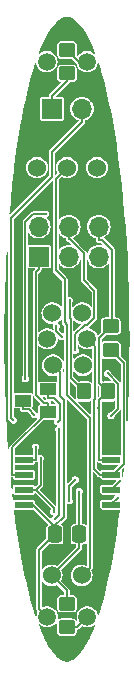
<source format=gbr>
%TF.GenerationSoftware,KiCad,Pcbnew,8.0.0*%
%TF.CreationDate,2024-06-05T20:58:04+05:30*%
%TF.ProjectId,version1,76657273-696f-46e3-912e-6b696361645f,rev?*%
%TF.SameCoordinates,Original*%
%TF.FileFunction,Copper,L1,Top*%
%TF.FilePolarity,Positive*%
%FSLAX46Y46*%
G04 Gerber Fmt 4.6, Leading zero omitted, Abs format (unit mm)*
G04 Created by KiCad (PCBNEW 8.0.0) date 2024-06-05 20:58:04*
%MOMM*%
%LPD*%
G01*
G04 APERTURE LIST*
G04 Aperture macros list*
%AMRoundRect*
0 Rectangle with rounded corners*
0 $1 Rounding radius*
0 $2 $3 $4 $5 $6 $7 $8 $9 X,Y pos of 4 corners*
0 Add a 4 corners polygon primitive as box body*
4,1,4,$2,$3,$4,$5,$6,$7,$8,$9,$2,$3,0*
0 Add four circle primitives for the rounded corners*
1,1,$1+$1,$2,$3*
1,1,$1+$1,$4,$5*
1,1,$1+$1,$6,$7*
1,1,$1+$1,$8,$9*
0 Add four rect primitives between the rounded corners*
20,1,$1+$1,$2,$3,$4,$5,0*
20,1,$1+$1,$4,$5,$6,$7,0*
20,1,$1+$1,$6,$7,$8,$9,0*
20,1,$1+$1,$8,$9,$2,$3,0*%
G04 Aperture macros list end*
%TA.AperFunction,ComponentPad*%
%ADD10R,1.700000X1.700000*%
%TD*%
%TA.AperFunction,ComponentPad*%
%ADD11O,1.700000X1.700000*%
%TD*%
%TA.AperFunction,ComponentPad*%
%ADD12C,1.500000*%
%TD*%
%TA.AperFunction,SMDPad,CuDef*%
%ADD13RoundRect,0.250000X-0.450000X0.350000X-0.450000X-0.350000X0.450000X-0.350000X0.450000X0.350000X0*%
%TD*%
%TA.AperFunction,SMDPad,CuDef*%
%ADD14RoundRect,0.250000X0.450000X-0.350000X0.450000X0.350000X-0.450000X0.350000X-0.450000X-0.350000X0*%
%TD*%
%TA.AperFunction,ComponentPad*%
%ADD15C,1.524000*%
%TD*%
%TA.AperFunction,SMDPad,CuDef*%
%ADD16R,1.549400X0.533400*%
%TD*%
%TA.AperFunction,SMDPad,CuDef*%
%ADD17RoundRect,0.250000X-0.337500X-0.475000X0.337500X-0.475000X0.337500X0.475000X-0.337500X0.475000X0*%
%TD*%
%TA.AperFunction,SMDPad,CuDef*%
%ADD18RoundRect,0.250000X0.350000X0.450000X-0.350000X0.450000X-0.350000X-0.450000X0.350000X-0.450000X0*%
%TD*%
%TA.AperFunction,SMDPad,CuDef*%
%ADD19R,1.400000X1.000000*%
%TD*%
%TA.AperFunction,ViaPad*%
%ADD20C,0.300000*%
%TD*%
%TA.AperFunction,Conductor*%
%ADD21C,0.150000*%
%TD*%
%TA.AperFunction,Conductor*%
%ADD22C,0.200000*%
%TD*%
G04 APERTURE END LIST*
D10*
%TO.P,J2,1,MISO*%
%TO.N,/PB1*%
X97619200Y-108000000D03*
D11*
%TO.P,J2,2,VCC*%
%TO.N,/V+*%
X97619200Y-105460000D03*
%TO.P,J2,3,SCK*%
%TO.N,/PB2*%
X100159200Y-108000000D03*
%TO.P,J2,4,MOSI*%
%TO.N,/PB0*%
X100159200Y-105460000D03*
%TO.P,J2,5,~{RST}*%
%TO.N,/Reset*%
X102699200Y-108000000D03*
%TO.P,J2,6,GND*%
%TO.N,GND*%
X102699200Y-105460000D03*
%TD*%
D12*
%TO.P,L2,1*%
%TO.N,/V+*%
X98333100Y-114967900D03*
%TO.P,L2,2*%
%TO.N,/PB4*%
X101733100Y-114967900D03*
%TD*%
D13*
%TO.P,R8,1*%
%TO.N,/PB3*%
X99995100Y-90500000D03*
%TO.P,R8,2*%
%TO.N,GND*%
X99995100Y-92500000D03*
%TD*%
D12*
%TO.P,L3,1*%
%TO.N,/V+*%
X98316400Y-138500000D03*
%TO.P,L3,2*%
%TO.N,/PB2*%
X101716400Y-138500000D03*
%TD*%
D14*
%TO.P,R9,1*%
%TO.N,/PB4*%
X103700000Y-115900000D03*
%TO.P,R9,2*%
%TO.N,GND*%
X103700000Y-113900000D03*
%TD*%
D15*
%TO.P,BT1,2,-*%
%TO.N,GND*%
X98706900Y-135000000D03*
%TO.P,BT1,1,+*%
%TO.N,Net-(BT1-+)*%
X101246900Y-135000000D03*
%TD*%
D16*
%TO.P,U2,1,~{RESET}/PB5*%
%TO.N,/Reset*%
X103759800Y-129000000D03*
%TO.P,U2,2,PB3*%
%TO.N,/PB3*%
X103759800Y-127730000D03*
%TO.P,U2,3,PB4*%
%TO.N,/PB4*%
X103759800Y-126460000D03*
%TO.P,U2,4,GND*%
%TO.N,GND*%
X103759800Y-125190000D03*
%TO.P,U2,5,PB0*%
%TO.N,/PB0*%
X96343000Y-125190000D03*
%TO.P,U2,6,PB1*%
%TO.N,/PB1*%
X96343000Y-126460000D03*
%TO.P,U2,7,PB2*%
%TO.N,/PB2*%
X96343000Y-127730000D03*
%TO.P,U2,8,VCC*%
%TO.N,/V+*%
X96343000Y-129000000D03*
%TD*%
D17*
%TO.P,C1,1*%
%TO.N,/V+*%
X98962500Y-131500000D03*
%TO.P,C1,2*%
%TO.N,GND*%
X101037500Y-131500000D03*
%TD*%
D18*
%TO.P,R7,1*%
%TO.N,GND*%
X103476900Y-119424800D03*
%TO.P,R7,2*%
%TO.N,/PB1*%
X101476900Y-119424800D03*
%TD*%
D19*
%TO.P,Q1,1*%
%TO.N,/PB1*%
X98435000Y-121146400D03*
%TO.P,Q1,2*%
%TO.N,GND*%
X98435000Y-119246400D03*
%TO.P,Q1,3*%
%TO.N,Net-(M1--)*%
X96235000Y-120196400D03*
%TD*%
D12*
%TO.P,L1,1*%
%TO.N,/V+*%
X98295100Y-91500000D03*
%TO.P,L1,2*%
%TO.N,/PB3*%
X101695100Y-91500000D03*
%TD*%
D10*
%TO.P,J3,1,Pin_1*%
%TO.N,GND*%
X98730000Y-95500000D03*
D11*
%TO.P,J3,2,Pin_2*%
%TO.N,In+*%
X101270000Y-95500000D03*
%TD*%
D14*
%TO.P,R10,1*%
%TO.N,/PB2*%
X99976900Y-139384800D03*
%TO.P,R10,2*%
%TO.N,GND*%
X99976900Y-137384800D03*
%TD*%
D15*
%TO.P,SW2,1,A*%
%TO.N,unconnected-(SW2A-A-Pad1)*%
X97460000Y-100477600D03*
%TO.P,SW2,2,B*%
%TO.N,Net-(BT1-+)*%
X100000000Y-100477600D03*
%TO.P,SW2,3,C*%
%TO.N,/V+*%
X102540000Y-100477600D03*
%TD*%
%TO.P,M1,1,+*%
%TO.N,/V+*%
X98810000Y-117200000D03*
%TO.P,M1,2,-*%
%TO.N,Net-(M1--)*%
X101350000Y-117200000D03*
%TD*%
%TO.P,M2,1,+*%
%TO.N,/V+*%
X101300000Y-112800000D03*
%TO.P,M2,2,-*%
%TO.N,Net-(M2--)*%
X98760000Y-112800000D03*
%TD*%
D20*
%TO.N,Net-(M1--)*%
X97248500Y-121401600D03*
%TO.N,/PB3*%
X104466500Y-127033000D03*
%TO.N,/Reset*%
X104309000Y-128423300D03*
%TO.N,/PB2*%
X98881100Y-129610100D03*
X97773800Y-125063900D03*
X96465400Y-118333800D03*
X98192700Y-104379500D03*
%TO.N,/PB1*%
X100222000Y-111679500D03*
%TO.N,In+*%
X95454600Y-121847600D03*
X100192700Y-128692300D03*
X100692300Y-126903200D03*
%TO.N,/PB0*%
X100708600Y-115942700D03*
X97344400Y-124095600D03*
%TO.N,Net-(D2-K)*%
X99310300Y-122639400D03*
X98953100Y-130216600D03*
%TO.N,Net-(D1-A)*%
X99088200Y-113900100D03*
X99553400Y-114774800D03*
X103444200Y-117893300D03*
X103731700Y-121474400D03*
%TO.N,GND*%
X102669200Y-120843900D03*
X99219100Y-121990400D03*
X101037500Y-127894200D03*
%TD*%
D21*
%TO.N,/PB1*%
X95341600Y-126460000D02*
X95341600Y-124158400D01*
X95341600Y-124158400D02*
X98353600Y-121146400D01*
X98353600Y-121146400D02*
X98435000Y-121146400D01*
X96343000Y-126460000D02*
X95341600Y-126460000D01*
D22*
%TO.N,/V+*%
X97097900Y-129000000D02*
X96343000Y-129000000D01*
X98941700Y-130843800D02*
X97097900Y-129000000D01*
D21*
%TO.N,Net-(M1--)*%
X96235000Y-120196400D02*
X96235000Y-120923100D01*
X96770000Y-120923100D02*
X97248500Y-121401600D01*
X96235000Y-120923100D02*
X96770000Y-120923100D01*
%TO.N,/PB4*%
X103869600Y-126460000D02*
X103759800Y-126460000D01*
X104802100Y-125527500D02*
X103869600Y-126460000D01*
X104802100Y-117002100D02*
X104802100Y-125527500D01*
X103700000Y-115900000D02*
X104802100Y-117002100D01*
X102377900Y-115612700D02*
X101733100Y-114967900D01*
X102377900Y-120063900D02*
X102377900Y-115612700D01*
X102292000Y-120149800D02*
X102377900Y-120063900D01*
X102292000Y-125993600D02*
X102292000Y-120149800D01*
X102758400Y-126460000D02*
X102292000Y-125993600D01*
X103759800Y-126460000D02*
X102758400Y-126460000D01*
%TO.N,/PB3*%
X103769500Y-127730000D02*
X104466500Y-127033000D01*
X103759800Y-127730000D02*
X103769500Y-127730000D01*
X100995100Y-91500000D02*
X99995100Y-90500000D01*
X101695100Y-91500000D02*
X100995100Y-91500000D01*
%TO.N,/Reset*%
X103759800Y-128972500D02*
X104309000Y-128423300D01*
X103759800Y-129000000D02*
X103759800Y-128972500D01*
%TO.N,/PB2*%
X100831600Y-139384800D02*
X101716400Y-138500000D01*
X99976900Y-139384800D02*
X100831600Y-139384800D01*
X96343000Y-127730000D02*
X97344400Y-127730000D01*
X97773800Y-127300600D02*
X97773800Y-125063900D01*
X97344400Y-127730000D02*
X97773800Y-127300600D01*
X98881100Y-129266700D02*
X97344400Y-127730000D01*
X98881100Y-129610100D02*
X98881100Y-129266700D01*
X97133800Y-104379500D02*
X98192700Y-104379500D01*
X96465400Y-105047900D02*
X97133800Y-104379500D01*
X96465400Y-118333800D02*
X96465400Y-105047900D01*
%TO.N,/PB1*%
X97619200Y-108000000D02*
X97619200Y-109076700D01*
X98435000Y-121146400D02*
X98435000Y-120419700D01*
X97355800Y-109340100D02*
X97619200Y-109076700D01*
X97355800Y-119703800D02*
X97355800Y-109340100D01*
X98071700Y-120419700D02*
X97355800Y-119703800D01*
X98435000Y-120419700D02*
X98071700Y-120419700D01*
X100222000Y-113221200D02*
X100222000Y-111679500D01*
X100327100Y-113326300D02*
X100222000Y-113221200D01*
X100327100Y-118275000D02*
X100327100Y-113326300D01*
X101476900Y-119424800D02*
X100327100Y-118275000D01*
D22*
%TO.N,In+*%
X101270000Y-95500000D02*
X101270000Y-96601700D01*
X95252000Y-121645000D02*
X95454600Y-121847600D01*
X95252000Y-104730300D02*
X95252000Y-121645000D01*
X98730000Y-101252300D02*
X95252000Y-104730300D01*
X98730000Y-99141700D02*
X98730000Y-101252300D01*
X101270000Y-96601700D02*
X98730000Y-99141700D01*
X100192700Y-127402800D02*
X100692300Y-126903200D01*
X100192700Y-128692300D02*
X100192700Y-127402800D01*
D21*
%TO.N,/PB0*%
X100270700Y-106536700D02*
X100159200Y-106536700D01*
X101429200Y-107695200D02*
X100270700Y-106536700D01*
X101429200Y-109994300D02*
X101429200Y-107695200D01*
X102324000Y-110889100D02*
X101429200Y-109994300D01*
X102324000Y-113195200D02*
X102324000Y-110889100D01*
X101720900Y-113798300D02*
X102324000Y-113195200D01*
X101499300Y-113798300D02*
X101720900Y-113798300D01*
X100708600Y-114589000D02*
X101499300Y-113798300D01*
X100708600Y-115942700D02*
X100708600Y-114589000D01*
X100159200Y-105460000D02*
X100159200Y-106536700D01*
X96343000Y-125190000D02*
X97344400Y-125190000D01*
X97344400Y-125190000D02*
X97344400Y-124095600D01*
%TO.N,Net-(D2-K)*%
X99310300Y-129859400D02*
X99310300Y-122639400D01*
X98953100Y-130216600D02*
X99310300Y-129859400D01*
%TO.N,Net-(D1-A)*%
X104309500Y-118758600D02*
X103444200Y-117893300D01*
X104309500Y-120896600D02*
X104309500Y-118758600D01*
X103731700Y-121474400D02*
X104309500Y-120896600D01*
X99088200Y-114309600D02*
X99553400Y-114774800D01*
X99088200Y-113900100D02*
X99088200Y-114309600D01*
D22*
%TO.N,/V+*%
X97638600Y-137822200D02*
X98316400Y-138500000D01*
X97638600Y-132823900D02*
X97638600Y-137822200D01*
X98962500Y-131500000D02*
X97638600Y-132823900D01*
X99752400Y-130033100D02*
X98941700Y-130843800D01*
X99752400Y-120113600D02*
X99752400Y-130033100D01*
X99411000Y-119772200D02*
X99752400Y-120113600D01*
X99411000Y-117801000D02*
X99411000Y-119772200D01*
X98810000Y-117200000D02*
X99411000Y-117801000D01*
X98941700Y-131479200D02*
X98962500Y-131500000D01*
X98941700Y-130843800D02*
X98941700Y-131479200D01*
%TO.N,GND*%
X99995100Y-93133200D02*
X99995100Y-92500000D01*
X98730000Y-94398300D02*
X99995100Y-93133200D01*
X98730000Y-95500000D02*
X98730000Y-94398300D01*
X103759800Y-125190000D02*
X102733400Y-125190000D01*
X102699200Y-105460000D02*
X102699200Y-106561700D01*
X103809700Y-113790300D02*
X103700000Y-113900000D01*
X103809700Y-107443900D02*
X103809700Y-113790300D01*
X102927500Y-106561700D02*
X103809700Y-107443900D01*
X102699200Y-106561700D02*
X102927500Y-106561700D01*
X98435000Y-119246400D02*
X98435000Y-119998100D01*
X99400700Y-121808800D02*
X99219100Y-121990400D01*
X99400700Y-120454800D02*
X99400700Y-121808800D01*
X98944000Y-119998100D02*
X99400700Y-120454800D01*
X98435000Y-119998100D02*
X98944000Y-119998100D01*
X101037500Y-127894200D02*
X101037500Y-131500000D01*
X101037500Y-132669400D02*
X98706900Y-135000000D01*
X101037500Y-131500000D02*
X101037500Y-132669400D01*
X99976900Y-136270000D02*
X99976900Y-137384800D01*
X98706900Y-135000000D02*
X99976900Y-136270000D01*
X102743800Y-114856200D02*
X103700000Y-113900000D01*
X102743800Y-118691700D02*
X102743800Y-114856200D01*
X103476900Y-119424800D02*
X102743800Y-118691700D01*
X102733400Y-120843900D02*
X102669200Y-120843900D01*
X102733400Y-125190000D02*
X102733400Y-120843900D01*
X102733400Y-120168300D02*
X103476900Y-119424800D01*
X102733400Y-120843900D02*
X102733400Y-120168300D01*
%TO.N,Net-(BT1-+)*%
X101919200Y-134327700D02*
X101246900Y-135000000D01*
X101919200Y-121645200D02*
X101919200Y-134327700D01*
X99994300Y-119720300D02*
X101919200Y-121645200D01*
X99994300Y-113772400D02*
X99994300Y-119720300D01*
X99800100Y-113578200D02*
X99994300Y-113772400D01*
X99800100Y-109926600D02*
X99800100Y-113578200D01*
X99040600Y-109167100D02*
X99800100Y-109926600D01*
X99040600Y-101439000D02*
X99040600Y-109167100D01*
X100000000Y-100479600D02*
X99040600Y-101439000D01*
X100000000Y-100477600D02*
X100000000Y-100479600D01*
%TD*%
%TA.AperFunction,NonConductor*%
G36*
X99374748Y-106081612D02*
G01*
X99377977Y-106085174D01*
X99448317Y-106170883D01*
X99535627Y-106242537D01*
X99600655Y-106295905D01*
X99600658Y-106295907D01*
X99600662Y-106295910D01*
X99774473Y-106388814D01*
X99898925Y-106426566D01*
X99927914Y-106450356D01*
X99933700Y-106473455D01*
X99933700Y-106581555D01*
X99933700Y-106581557D01*
X99933701Y-106581558D01*
X99968030Y-106664436D01*
X99968032Y-106664439D01*
X100031461Y-106727868D01*
X100031463Y-106727869D01*
X100031464Y-106727870D01*
X100114345Y-106762200D01*
X100156999Y-106762200D01*
X100191647Y-106776552D01*
X100340292Y-106925197D01*
X100354644Y-106959845D01*
X100340292Y-106994493D01*
X100305644Y-107008845D01*
X100300841Y-107008609D01*
X100159200Y-106994659D01*
X99963067Y-107013976D01*
X99963066Y-107013976D01*
X99774473Y-107071185D01*
X99600658Y-107164092D01*
X99600655Y-107164094D01*
X99448317Y-107289117D01*
X99377977Y-107374825D01*
X99344902Y-107392503D01*
X99309014Y-107381616D01*
X99291336Y-107348541D01*
X99291100Y-107343739D01*
X99291100Y-106116260D01*
X99305452Y-106081612D01*
X99340100Y-106067260D01*
X99374748Y-106081612D01*
G37*
%TD.AperFunction*%
%TA.AperFunction,NonConductor*%
G36*
X101197914Y-108310594D02*
G01*
X101203700Y-108333692D01*
X101203700Y-109945488D01*
X101203699Y-109945502D01*
X101203699Y-110039156D01*
X101215853Y-110068496D01*
X101238030Y-110122036D01*
X101238031Y-110122037D01*
X101238031Y-110122038D01*
X101308355Y-110192361D01*
X101308357Y-110192362D01*
X102084148Y-110968153D01*
X102098500Y-111002801D01*
X102098500Y-112195465D01*
X102084148Y-112230113D01*
X102049500Y-112244465D01*
X102014852Y-112230113D01*
X102013086Y-112228252D01*
X101913949Y-112118148D01*
X101913946Y-112118146D01*
X101758764Y-112005400D01*
X101758763Y-112005399D01*
X101583531Y-111927381D01*
X101583528Y-111927380D01*
X101583524Y-111927379D01*
X101395908Y-111887500D01*
X101204092Y-111887500D01*
X101016475Y-111927379D01*
X101016466Y-111927382D01*
X100841235Y-112005400D01*
X100686053Y-112118146D01*
X100686050Y-112118148D01*
X100557709Y-112260688D01*
X100557703Y-112260696D01*
X100538935Y-112293204D01*
X100509182Y-112316034D01*
X100472000Y-112311139D01*
X100449170Y-112281386D01*
X100447500Y-112268704D01*
X100447500Y-111903052D01*
X100454065Y-111878552D01*
X100455746Y-111875638D01*
X100455748Y-111875638D01*
X100508734Y-111783863D01*
X100527136Y-111679500D01*
X100508734Y-111575137D01*
X100508733Y-111575135D01*
X100508733Y-111575134D01*
X100455749Y-111483363D01*
X100455747Y-111483360D01*
X100374568Y-111415243D01*
X100274986Y-111379000D01*
X100169014Y-111379000D01*
X100116358Y-111398164D01*
X100078891Y-111396528D01*
X100053555Y-111368877D01*
X100050600Y-111352119D01*
X100050600Y-109876774D01*
X100050599Y-109876770D01*
X100012464Y-109784703D01*
X100012462Y-109784701D01*
X100012462Y-109784700D01*
X99941997Y-109714236D01*
X99305452Y-109077691D01*
X99291100Y-109043043D01*
X99291100Y-108656260D01*
X99305452Y-108621612D01*
X99340100Y-108607260D01*
X99374748Y-108621612D01*
X99377977Y-108625174D01*
X99448317Y-108710883D01*
X99535627Y-108782537D01*
X99600655Y-108835905D01*
X99600658Y-108835907D01*
X99600662Y-108835910D01*
X99774473Y-108928814D01*
X99963068Y-108986024D01*
X100159200Y-109005341D01*
X100355332Y-108986024D01*
X100543927Y-108928814D01*
X100717738Y-108835910D01*
X100870083Y-108710883D01*
X100995110Y-108558538D01*
X101088014Y-108384727D01*
X101107810Y-108319467D01*
X101131602Y-108290478D01*
X101168924Y-108286802D01*
X101197914Y-108310594D01*
G37*
%TD.AperFunction*%
%TA.AperFunction,NonConductor*%
G36*
X100636248Y-113426639D02*
G01*
X100638014Y-113428500D01*
X100686050Y-113481851D01*
X100686053Y-113481853D01*
X100686055Y-113481855D01*
X100841237Y-113594601D01*
X101016469Y-113672619D01*
X101156903Y-113702469D01*
X101167034Y-113704623D01*
X101197941Y-113725865D01*
X101204775Y-113762740D01*
X101191494Y-113787200D01*
X100636248Y-114342446D01*
X100601600Y-114356798D01*
X100566952Y-114342446D01*
X100552600Y-114307798D01*
X100552600Y-113461287D01*
X100566952Y-113426639D01*
X100601600Y-113412287D01*
X100636248Y-113426639D01*
G37*
%TD.AperFunction*%
%TA.AperFunction,NonConductor*%
G36*
X99533387Y-113378005D02*
G01*
X99549533Y-113411854D01*
X99549600Y-113414419D01*
X99549600Y-113528372D01*
X99549600Y-113628028D01*
X99587736Y-113720097D01*
X99587737Y-113720098D01*
X99587737Y-113720099D01*
X99729448Y-113861809D01*
X99743800Y-113896457D01*
X99743800Y-114454334D01*
X99729448Y-114488982D01*
X99694800Y-114503334D01*
X99678042Y-114500379D01*
X99606386Y-114474300D01*
X99592101Y-114474300D01*
X99557453Y-114459948D01*
X99328052Y-114230547D01*
X99313700Y-114195899D01*
X99313700Y-114123652D01*
X99320265Y-114099152D01*
X99321946Y-114096238D01*
X99321948Y-114096238D01*
X99374934Y-114004463D01*
X99393336Y-113900100D01*
X99374934Y-113795737D01*
X99374933Y-113795735D01*
X99374933Y-113795734D01*
X99321949Y-113703963D01*
X99321947Y-113703960D01*
X99252257Y-113645484D01*
X99234940Y-113612219D01*
X99246218Y-113576451D01*
X99254945Y-113568312D01*
X99373945Y-113481855D01*
X99373949Y-113481851D01*
X99464186Y-113381632D01*
X99498035Y-113365486D01*
X99533387Y-113378005D01*
G37*
%TD.AperFunction*%
%TA.AperFunction,NonConductor*%
G36*
X101738348Y-108299044D02*
G01*
X101750590Y-108319468D01*
X101770385Y-108384726D01*
X101863292Y-108558541D01*
X101863294Y-108558544D01*
X101903275Y-108607260D01*
X101988317Y-108710883D01*
X102075627Y-108782537D01*
X102140655Y-108835905D01*
X102140658Y-108835907D01*
X102140662Y-108835910D01*
X102314473Y-108928814D01*
X102503068Y-108986024D01*
X102699200Y-109005341D01*
X102895332Y-108986024D01*
X103083927Y-108928814D01*
X103257738Y-108835910D01*
X103410083Y-108710883D01*
X103472323Y-108635044D01*
X103505397Y-108617365D01*
X103541285Y-108628252D01*
X103558964Y-108661326D01*
X103559200Y-108666129D01*
X103559200Y-113100500D01*
X103544848Y-113135148D01*
X103510200Y-113149500D01*
X103218482Y-113149500D01*
X103124696Y-113164353D01*
X103011664Y-113221945D01*
X103011657Y-113221950D01*
X102921950Y-113311657D01*
X102921945Y-113311664D01*
X102864355Y-113424690D01*
X102864355Y-113424692D01*
X102864354Y-113424694D01*
X102864354Y-113424696D01*
X102855301Y-113481855D01*
X102849500Y-113518482D01*
X102849500Y-114281516D01*
X102861280Y-114355894D01*
X102852524Y-114392361D01*
X102847531Y-114398207D01*
X102636854Y-114608884D01*
X102602206Y-114623236D01*
X102567558Y-114608884D01*
X102559771Y-114598736D01*
X102504691Y-114503334D01*
X102465633Y-114435684D01*
X102435899Y-114402661D01*
X102338975Y-114295015D01*
X102338972Y-114295013D01*
X102320397Y-114281517D01*
X102185830Y-114183749D01*
X102012903Y-114106756D01*
X102012900Y-114106755D01*
X102012896Y-114106754D01*
X101868714Y-114076107D01*
X101837807Y-114054865D01*
X101830973Y-114017990D01*
X101846879Y-113994538D01*
X101845224Y-113992883D01*
X101882091Y-113956014D01*
X101912070Y-113926036D01*
X101912070Y-113926035D01*
X101918959Y-113919146D01*
X101918961Y-113919143D01*
X102444843Y-113393261D01*
X102444846Y-113393259D01*
X102451735Y-113386370D01*
X102451736Y-113386370D01*
X102515170Y-113322936D01*
X102549500Y-113240055D01*
X102549500Y-110844245D01*
X102515170Y-110761364D01*
X102515169Y-110761363D01*
X102515168Y-110761361D01*
X102451736Y-110697930D01*
X101669052Y-109915246D01*
X101654700Y-109880598D01*
X101654700Y-108333692D01*
X101669052Y-108299044D01*
X101703700Y-108284692D01*
X101738348Y-108299044D01*
G37*
%TD.AperFunction*%
%TA.AperFunction,NonConductor*%
G36*
X101017748Y-115519297D02*
G01*
X101019501Y-115521144D01*
X101049035Y-115553945D01*
X101127224Y-115640784D01*
X101127227Y-115640786D01*
X101127229Y-115640788D01*
X101280370Y-115752051D01*
X101453297Y-115829044D01*
X101638454Y-115868400D01*
X101827746Y-115868400D01*
X102012903Y-115829044D01*
X102083470Y-115797624D01*
X102120959Y-115796642D01*
X102148163Y-115822457D01*
X102152400Y-115842388D01*
X102152400Y-116599797D01*
X102138048Y-116634445D01*
X102103400Y-116648797D01*
X102068752Y-116634445D01*
X102066986Y-116632584D01*
X101963949Y-116518148D01*
X101963946Y-116518146D01*
X101839611Y-116427811D01*
X101808763Y-116405399D01*
X101633531Y-116327381D01*
X101633528Y-116327380D01*
X101633524Y-116327379D01*
X101445908Y-116287500D01*
X101254092Y-116287500D01*
X101066475Y-116327379D01*
X101066466Y-116327382D01*
X100891235Y-116405400D01*
X100736053Y-116518146D01*
X100736050Y-116518148D01*
X100638014Y-116627031D01*
X100604165Y-116643177D01*
X100568813Y-116630658D01*
X100552667Y-116596809D01*
X100552600Y-116594244D01*
X100552600Y-116275685D01*
X100566952Y-116241037D01*
X100601600Y-116226685D01*
X100618355Y-116229639D01*
X100655614Y-116243200D01*
X100655615Y-116243200D01*
X100761586Y-116243200D01*
X100861168Y-116206956D01*
X100942347Y-116138839D01*
X100942349Y-116138836D01*
X100995333Y-116047065D01*
X100995333Y-116047064D01*
X100995334Y-116047063D01*
X101013736Y-115942700D01*
X100995334Y-115838337D01*
X100995333Y-115838335D01*
X100995333Y-115838334D01*
X100940665Y-115743646D01*
X100934100Y-115719146D01*
X100934100Y-115553945D01*
X100948452Y-115519297D01*
X100983100Y-115504945D01*
X101017748Y-115519297D01*
G37*
%TD.AperFunction*%
%TA.AperFunction,NonConductor*%
G36*
X99738458Y-117566094D02*
G01*
X99743800Y-117588343D01*
X99743800Y-117703521D01*
X99729448Y-117738169D01*
X99694800Y-117752521D01*
X99660152Y-117738169D01*
X99649530Y-117722273D01*
X99622266Y-117656453D01*
X99622266Y-117618950D01*
X99625094Y-117613213D01*
X99648202Y-117573191D01*
X99648204Y-117573183D01*
X99649246Y-117570845D01*
X99649946Y-117571156D01*
X99672551Y-117544685D01*
X99709938Y-117541740D01*
X99738458Y-117566094D01*
G37*
%TD.AperFunction*%
%TA.AperFunction,NonConductor*%
G36*
X99315069Y-114969730D02*
G01*
X99316368Y-114968183D01*
X99400831Y-115039056D01*
X99500414Y-115075300D01*
X99606385Y-115075300D01*
X99606386Y-115075300D01*
X99678041Y-115049220D01*
X99715509Y-115050856D01*
X99740845Y-115078506D01*
X99743800Y-115095265D01*
X99743800Y-116811656D01*
X99729448Y-116846304D01*
X99694800Y-116860656D01*
X99660152Y-116846304D01*
X99649557Y-116829016D01*
X99649246Y-116829155D01*
X99648204Y-116826817D01*
X99648202Y-116826809D01*
X99639453Y-116811656D01*
X99552296Y-116660696D01*
X99552294Y-116660692D01*
X99497797Y-116600166D01*
X99423949Y-116518148D01*
X99423946Y-116518146D01*
X99299611Y-116427811D01*
X99268763Y-116405399D01*
X99093531Y-116327381D01*
X99093528Y-116327380D01*
X99093524Y-116327379D01*
X98905908Y-116287500D01*
X98714092Y-116287500D01*
X98526475Y-116327379D01*
X98526466Y-116327382D01*
X98351235Y-116405400D01*
X98196053Y-116518146D01*
X98196050Y-116518148D01*
X98067709Y-116660688D01*
X98067703Y-116660696D01*
X97971803Y-116826800D01*
X97971798Y-116826808D01*
X97912524Y-117009235D01*
X97904965Y-117081153D01*
X97892474Y-117200000D01*
X97912524Y-117390764D01*
X97971798Y-117573191D01*
X98067706Y-117739308D01*
X98067709Y-117739311D01*
X98196050Y-117881851D01*
X98196053Y-117881853D01*
X98196055Y-117881855D01*
X98351237Y-117994601D01*
X98526469Y-118072619D01*
X98714092Y-118112500D01*
X98905908Y-118112500D01*
X99093531Y-118072619D01*
X99093541Y-118072614D01*
X99095972Y-118071825D01*
X99096477Y-118073380D01*
X99129002Y-118072487D01*
X99156238Y-118098268D01*
X99160500Y-118118255D01*
X99160500Y-118546900D01*
X99146148Y-118581548D01*
X99111500Y-118595900D01*
X97720176Y-118595900D01*
X97676280Y-118604632D01*
X97676278Y-118604632D01*
X97676278Y-118604633D01*
X97665650Y-118611734D01*
X97657522Y-118617165D01*
X97620739Y-118624480D01*
X97589557Y-118603644D01*
X97581300Y-118576422D01*
X97581300Y-115606366D01*
X97595652Y-115571718D01*
X97630300Y-115557366D01*
X97664948Y-115571718D01*
X97666714Y-115573579D01*
X97727224Y-115640784D01*
X97727227Y-115640786D01*
X97727229Y-115640788D01*
X97880370Y-115752051D01*
X98053297Y-115829044D01*
X98238454Y-115868400D01*
X98427746Y-115868400D01*
X98612903Y-115829044D01*
X98785830Y-115752051D01*
X98938971Y-115640788D01*
X99065633Y-115500116D01*
X99160279Y-115336184D01*
X99218774Y-115156156D01*
X99235236Y-114999518D01*
X99253131Y-114966562D01*
X99289090Y-114955910D01*
X99315069Y-114969730D01*
G37*
%TD.AperFunction*%
%TA.AperFunction,NonConductor*%
G36*
X103065544Y-116605506D02*
G01*
X103124696Y-116635646D01*
X103218481Y-116650500D01*
X104111298Y-116650499D01*
X104145946Y-116664851D01*
X104562248Y-117081153D01*
X104576600Y-117115801D01*
X104576600Y-118588497D01*
X104562248Y-118623145D01*
X104527600Y-118637497D01*
X104492952Y-118623146D01*
X104465059Y-118595253D01*
X104437236Y-118567430D01*
X104437234Y-118567429D01*
X104434443Y-118564638D01*
X104434443Y-118564637D01*
X104434439Y-118564634D01*
X103757313Y-117887508D01*
X103743705Y-117861369D01*
X103730934Y-117788937D01*
X103709187Y-117751270D01*
X103677949Y-117697163D01*
X103677947Y-117697160D01*
X103596768Y-117629043D01*
X103497186Y-117592800D01*
X103391214Y-117592800D01*
X103291631Y-117629043D01*
X103210452Y-117697160D01*
X103210450Y-117697163D01*
X103157466Y-117788934D01*
X103139064Y-117893300D01*
X103157466Y-117997665D01*
X103210450Y-118089436D01*
X103210452Y-118089439D01*
X103291631Y-118157556D01*
X103391214Y-118193800D01*
X103405499Y-118193800D01*
X103440147Y-118208152D01*
X103722647Y-118490652D01*
X103736999Y-118525300D01*
X103722647Y-118559948D01*
X103687999Y-118574300D01*
X103095382Y-118574300D01*
X103050964Y-118581335D01*
X103014498Y-118572579D01*
X102994903Y-118540602D01*
X102994300Y-118532938D01*
X102994300Y-116649166D01*
X103008652Y-116614518D01*
X103043300Y-116600166D01*
X103065544Y-116605506D01*
G37*
%TD.AperFunction*%
%TA.AperFunction,NonConductor*%
G36*
X102136187Y-117763789D02*
G01*
X102152333Y-117797638D01*
X102152400Y-117800203D01*
X102152400Y-118615612D01*
X102138048Y-118650260D01*
X102103400Y-118664612D01*
X102068752Y-118650260D01*
X102065242Y-118646750D01*
X102065235Y-118646745D01*
X101952208Y-118589155D01*
X101952205Y-118589154D01*
X101952204Y-118589154D01*
X101858419Y-118574300D01*
X101858417Y-118574300D01*
X101095383Y-118574300D01*
X101001592Y-118589154D01*
X100998876Y-118590037D01*
X100961489Y-118587093D01*
X100949088Y-118578083D01*
X100566952Y-118195947D01*
X100552600Y-118161299D01*
X100552600Y-117805756D01*
X100566952Y-117771108D01*
X100601600Y-117756756D01*
X100636248Y-117771108D01*
X100638014Y-117772969D01*
X100736050Y-117881851D01*
X100736053Y-117881853D01*
X100736055Y-117881855D01*
X100891237Y-117994601D01*
X101066469Y-118072619D01*
X101254092Y-118112500D01*
X101445908Y-118112500D01*
X101633531Y-118072619D01*
X101808763Y-117994601D01*
X101963945Y-117881855D01*
X101987573Y-117855614D01*
X102066986Y-117767416D01*
X102100835Y-117751270D01*
X102136187Y-117763789D01*
G37*
%TD.AperFunction*%
%TA.AperFunction,NonConductor*%
G36*
X98775748Y-101630108D02*
G01*
X98790100Y-101664756D01*
X98790100Y-109117272D01*
X98790100Y-109216928D01*
X98828236Y-109308997D01*
X98828237Y-109308998D01*
X98828237Y-109308999D01*
X99535248Y-110016009D01*
X99549600Y-110050657D01*
X99549600Y-112185581D01*
X99535248Y-112220229D01*
X99500600Y-112234581D01*
X99465952Y-112220229D01*
X99464186Y-112218368D01*
X99373949Y-112118148D01*
X99373946Y-112118146D01*
X99218764Y-112005400D01*
X99218763Y-112005399D01*
X99043531Y-111927381D01*
X99043528Y-111927380D01*
X99043524Y-111927379D01*
X98855908Y-111887500D01*
X98664092Y-111887500D01*
X98476475Y-111927379D01*
X98476466Y-111927382D01*
X98301235Y-112005400D01*
X98146053Y-112118146D01*
X98146050Y-112118148D01*
X98017709Y-112260688D01*
X98017703Y-112260696D01*
X97921800Y-112426805D01*
X97921798Y-112426808D01*
X97921798Y-112426809D01*
X97862524Y-112609236D01*
X97842474Y-112800000D01*
X97862524Y-112990764D01*
X97921798Y-113173191D01*
X98017706Y-113339308D01*
X98017709Y-113339311D01*
X98146050Y-113481851D01*
X98146053Y-113481853D01*
X98146055Y-113481855D01*
X98301237Y-113594601D01*
X98476469Y-113672619D01*
X98664092Y-113712500D01*
X98764652Y-113712500D01*
X98799300Y-113726852D01*
X98813652Y-113761500D01*
X98807088Y-113785999D01*
X98801466Y-113795735D01*
X98783064Y-113900100D01*
X98801466Y-114004465D01*
X98830565Y-114054865D01*
X98854452Y-114096238D01*
X98854453Y-114096238D01*
X98856135Y-114099152D01*
X98862700Y-114123652D01*
X98862700Y-114143430D01*
X98848348Y-114178078D01*
X98813700Y-114192430D01*
X98788506Y-114184248D01*
X98788054Y-114185033D01*
X98785833Y-114183751D01*
X98785832Y-114183750D01*
X98785830Y-114183749D01*
X98612903Y-114106756D01*
X98612900Y-114106755D01*
X98612896Y-114106754D01*
X98427746Y-114067400D01*
X98238454Y-114067400D01*
X98053303Y-114106754D01*
X98053294Y-114106757D01*
X97880368Y-114183750D01*
X97727227Y-114295013D01*
X97727224Y-114295015D01*
X97666714Y-114362220D01*
X97632865Y-114378366D01*
X97597513Y-114365847D01*
X97581367Y-114331998D01*
X97581300Y-114329433D01*
X97581300Y-109453800D01*
X97595651Y-109419153D01*
X97740043Y-109274760D01*
X97740046Y-109274759D01*
X97746935Y-109267870D01*
X97746936Y-109267870D01*
X97810370Y-109204436D01*
X97820425Y-109180160D01*
X97844701Y-109121555D01*
X97844701Y-109049500D01*
X97859053Y-109014852D01*
X97893701Y-109000500D01*
X98484020Y-109000500D01*
X98527922Y-108991767D01*
X98577704Y-108958504D01*
X98610967Y-108908722D01*
X98619700Y-108864820D01*
X98619700Y-107135180D01*
X98610967Y-107091278D01*
X98597542Y-107071186D01*
X98577704Y-107041495D01*
X98527921Y-107008232D01*
X98484023Y-106999500D01*
X98484020Y-106999500D01*
X96754380Y-106999500D01*
X96749458Y-107000479D01*
X96712676Y-106993161D01*
X96691841Y-106961978D01*
X96690900Y-106952420D01*
X96690900Y-106041306D01*
X96705252Y-106006658D01*
X96739900Y-105992306D01*
X96774548Y-106006658D01*
X96781907Y-106016581D01*
X96781960Y-106016546D01*
X96782675Y-106017617D01*
X96783113Y-106018208D01*
X96783290Y-106018538D01*
X96783291Y-106018540D01*
X96783294Y-106018544D01*
X96796904Y-106035127D01*
X96908317Y-106170883D01*
X96995627Y-106242537D01*
X97060655Y-106295905D01*
X97060658Y-106295907D01*
X97060662Y-106295910D01*
X97234473Y-106388814D01*
X97423068Y-106446024D01*
X97619200Y-106465341D01*
X97815332Y-106446024D01*
X98003927Y-106388814D01*
X98177738Y-106295910D01*
X98330083Y-106170883D01*
X98455110Y-106018538D01*
X98548014Y-105844727D01*
X98605224Y-105656132D01*
X98624541Y-105460000D01*
X98605224Y-105263868D01*
X98548014Y-105075273D01*
X98455110Y-104901462D01*
X98455107Y-104901458D01*
X98455105Y-104901455D01*
X98330083Y-104749117D01*
X98312248Y-104734480D01*
X98294570Y-104701407D01*
X98305456Y-104665519D01*
X98326576Y-104650559D01*
X98345268Y-104643756D01*
X98385858Y-104609697D01*
X98426445Y-104575641D01*
X98426446Y-104575639D01*
X98426448Y-104575638D01*
X98479434Y-104483863D01*
X98497836Y-104379500D01*
X98479434Y-104275137D01*
X98479433Y-104275135D01*
X98479433Y-104275134D01*
X98426449Y-104183363D01*
X98426447Y-104183360D01*
X98345268Y-104115243D01*
X98245686Y-104079000D01*
X98139714Y-104079000D01*
X98040135Y-104115242D01*
X98040129Y-104115246D01*
X98007606Y-104142536D01*
X97976110Y-104154000D01*
X97178654Y-104154000D01*
X97088945Y-104154000D01*
X97088943Y-104154000D01*
X97088941Y-104154001D01*
X97006063Y-104188330D01*
X97006061Y-104188331D01*
X96337665Y-104856729D01*
X96274230Y-104920163D01*
X96274230Y-104920165D01*
X96239899Y-105003043D01*
X96239899Y-105098455D01*
X96239900Y-105098464D01*
X96239900Y-118110246D01*
X96233335Y-118134746D01*
X96178666Y-118229434D01*
X96160264Y-118333800D01*
X96178666Y-118438165D01*
X96231650Y-118529936D01*
X96231652Y-118529939D01*
X96312831Y-118598056D01*
X96412414Y-118634300D01*
X96518386Y-118634300D01*
X96617968Y-118598056D01*
X96699147Y-118529939D01*
X96699149Y-118529936D01*
X96752133Y-118438165D01*
X96752133Y-118438164D01*
X96752134Y-118438163D01*
X96770536Y-118333800D01*
X96752134Y-118229437D01*
X96752133Y-118229435D01*
X96752133Y-118229434D01*
X96697465Y-118134746D01*
X96690900Y-118110246D01*
X96690900Y-109047579D01*
X96705252Y-109012931D01*
X96739900Y-108998579D01*
X96749452Y-108999519D01*
X96754380Y-109000500D01*
X97258198Y-109000500D01*
X97292846Y-109014852D01*
X97307198Y-109049500D01*
X97292846Y-109084148D01*
X97164630Y-109212363D01*
X97164630Y-109212365D01*
X97130299Y-109295243D01*
X97130299Y-109390655D01*
X97130300Y-109390664D01*
X97130300Y-119556395D01*
X97115948Y-119591043D01*
X97081300Y-119605395D01*
X97046652Y-119591043D01*
X97043504Y-119587895D01*
X96993721Y-119554632D01*
X96949823Y-119545900D01*
X96949820Y-119545900D01*
X95551500Y-119545900D01*
X95516852Y-119531548D01*
X95502500Y-119496900D01*
X95502500Y-104854356D01*
X95516852Y-104819708D01*
X98706452Y-101630108D01*
X98741100Y-101615756D01*
X98775748Y-101630108D01*
G37*
%TD.AperFunction*%
%TA.AperFunction,NonConductor*%
G36*
X102687048Y-118989209D02*
G01*
X102712048Y-119014209D01*
X102726400Y-119048857D01*
X102726400Y-119800742D01*
X102712048Y-119835390D01*
X102687048Y-119860390D01*
X102652400Y-119874742D01*
X102617752Y-119860390D01*
X102603400Y-119825742D01*
X102603400Y-119023857D01*
X102617752Y-118989209D01*
X102652400Y-118974857D01*
X102687048Y-118989209D01*
G37*
%TD.AperFunction*%
%TA.AperFunction,NonConductor*%
G36*
X100328448Y-118595253D02*
G01*
X100712048Y-118978853D01*
X100726400Y-119013501D01*
X100726400Y-119906317D01*
X100738907Y-119985289D01*
X100730151Y-120021755D01*
X100698174Y-120041350D01*
X100661708Y-120032594D01*
X100655862Y-120027601D01*
X100259152Y-119630891D01*
X100244800Y-119596243D01*
X100244800Y-118629901D01*
X100259152Y-118595253D01*
X100293800Y-118580901D01*
X100328448Y-118595253D01*
G37*
%TD.AperFunction*%
%TA.AperFunction,NonConductor*%
G36*
X98170148Y-119911252D02*
G01*
X98184500Y-119945900D01*
X98184500Y-119948272D01*
X98184500Y-120047928D01*
X98184500Y-120047930D01*
X98184501Y-120047931D01*
X98207373Y-120103150D01*
X98207373Y-120140653D01*
X98180854Y-120167171D01*
X98143351Y-120167171D01*
X98127455Y-120156549D01*
X98054067Y-120083161D01*
X97951452Y-119980547D01*
X97937101Y-119945900D01*
X97951453Y-119911252D01*
X97986101Y-119896900D01*
X98135500Y-119896900D01*
X98170148Y-119911252D01*
G37*
%TD.AperFunction*%
%TA.AperFunction,NonConductor*%
G36*
X98854591Y-120262952D02*
G01*
X99003891Y-120412252D01*
X99018243Y-120446900D01*
X99003891Y-120481548D01*
X98969243Y-120495900D01*
X98709500Y-120495900D01*
X98674852Y-120481548D01*
X98660500Y-120446900D01*
X98660500Y-120374847D01*
X98660499Y-120374843D01*
X98648484Y-120345836D01*
X98636271Y-120316350D01*
X98636271Y-120278849D01*
X98662789Y-120252330D01*
X98681541Y-120248600D01*
X98819943Y-120248600D01*
X98854591Y-120262952D01*
G37*
%TD.AperFunction*%
%TA.AperFunction,NonConductor*%
G36*
X97169148Y-119836054D02*
G01*
X97234955Y-119901861D01*
X97234957Y-119901862D01*
X97746118Y-120413024D01*
X97760470Y-120447672D01*
X97746118Y-120482320D01*
X97721030Y-120495730D01*
X97676278Y-120504632D01*
X97626495Y-120537895D01*
X97593232Y-120587678D01*
X97584500Y-120631576D01*
X97584500Y-121199696D01*
X97570148Y-121234344D01*
X97535500Y-121248696D01*
X97500852Y-121234344D01*
X97493065Y-121224196D01*
X97482249Y-121205463D01*
X97482247Y-121205460D01*
X97401068Y-121137343D01*
X97301486Y-121101100D01*
X97287201Y-121101100D01*
X97252553Y-121086748D01*
X97041754Y-120875949D01*
X97027402Y-120841301D01*
X97041754Y-120806653D01*
X97041760Y-120806646D01*
X97043497Y-120804908D01*
X97043504Y-120804904D01*
X97076767Y-120755122D01*
X97085500Y-120711220D01*
X97085500Y-119870702D01*
X97099852Y-119836054D01*
X97134500Y-119821702D01*
X97169148Y-119836054D01*
G37*
%TD.AperFunction*%
%TA.AperFunction,NonConductor*%
G36*
X102061159Y-120259923D02*
G01*
X102066500Y-120282169D01*
X102066500Y-121319943D01*
X102052148Y-121354591D01*
X102017500Y-121368943D01*
X101982852Y-121354591D01*
X100974097Y-120345836D01*
X100959745Y-120311188D01*
X100974097Y-120276540D01*
X101008745Y-120262188D01*
X101016392Y-120262789D01*
X101095381Y-120275300D01*
X101858418Y-120275299D01*
X101952204Y-120260446D01*
X101995255Y-120238509D01*
X102032641Y-120235567D01*
X102061159Y-120259923D01*
G37*
%TD.AperFunction*%
%TA.AperFunction,NonConductor*%
G36*
X100228343Y-87730964D02*
G01*
X100239602Y-87733773D01*
X100467378Y-87820375D01*
X100476235Y-87824815D01*
X100712889Y-87975174D01*
X100719236Y-87979973D01*
X100878383Y-88122077D01*
X100962983Y-88197617D01*
X100967378Y-88202078D01*
X101214799Y-88487600D01*
X101217829Y-88491474D01*
X101465870Y-88843651D01*
X101467991Y-88846933D01*
X101601160Y-89072230D01*
X101714387Y-89263787D01*
X101715900Y-89266545D01*
X101890837Y-89611423D01*
X101959047Y-89745893D01*
X101960153Y-89748224D01*
X102032454Y-89911657D01*
X102198892Y-90287883D01*
X102199724Y-90289883D01*
X102394890Y-90789674D01*
X102394125Y-90827170D01*
X102367071Y-90853141D01*
X102329575Y-90852376D01*
X102312833Y-90840286D01*
X102300971Y-90827112D01*
X102246059Y-90787216D01*
X102147830Y-90715849D01*
X101974903Y-90638856D01*
X101974900Y-90638855D01*
X101974896Y-90638854D01*
X101789746Y-90599500D01*
X101600454Y-90599500D01*
X101415303Y-90638854D01*
X101415294Y-90638857D01*
X101284909Y-90696909D01*
X101243013Y-90715563D01*
X101242368Y-90715850D01*
X101089227Y-90827113D01*
X101089224Y-90827115D01*
X100962570Y-90967780D01*
X100962564Y-90967788D01*
X100928326Y-91027090D01*
X100898573Y-91049920D01*
X100861391Y-91045025D01*
X100851243Y-91037238D01*
X100841816Y-91027811D01*
X100827464Y-90993163D01*
X100829863Y-90978019D01*
X100830741Y-90975313D01*
X100830746Y-90975304D01*
X100845600Y-90881519D01*
X100845599Y-90118482D01*
X100830746Y-90024696D01*
X100830743Y-90024690D01*
X100773154Y-89911664D01*
X100773149Y-89911657D01*
X100683442Y-89821950D01*
X100683435Y-89821945D01*
X100570408Y-89764355D01*
X100570405Y-89764354D01*
X100570404Y-89764354D01*
X100476619Y-89749500D01*
X100476617Y-89749500D01*
X99513582Y-89749500D01*
X99419796Y-89764353D01*
X99306764Y-89821945D01*
X99306757Y-89821950D01*
X99217050Y-89911657D01*
X99217045Y-89911664D01*
X99159455Y-90024690D01*
X99159455Y-90024692D01*
X99144600Y-90118482D01*
X99144600Y-90881517D01*
X99159453Y-90975303D01*
X99217045Y-91088335D01*
X99217050Y-91088342D01*
X99306757Y-91178049D01*
X99306764Y-91178054D01*
X99419791Y-91235644D01*
X99419792Y-91235644D01*
X99419796Y-91235646D01*
X99513581Y-91250500D01*
X100406398Y-91250499D01*
X100441046Y-91264851D01*
X100790692Y-91614497D01*
X100804775Y-91644022D01*
X100809424Y-91688250D01*
X100809425Y-91688253D01*
X100829326Y-91749501D01*
X100867921Y-91868284D01*
X100962567Y-92032216D01*
X100962570Y-92032219D01*
X101089224Y-92172884D01*
X101089227Y-92172886D01*
X101089229Y-92172888D01*
X101242370Y-92284151D01*
X101415297Y-92361144D01*
X101600454Y-92400500D01*
X101789746Y-92400500D01*
X101974903Y-92361144D01*
X102147830Y-92284151D01*
X102300971Y-92172888D01*
X102427633Y-92032216D01*
X102522279Y-91868284D01*
X102580774Y-91688256D01*
X102587642Y-91622902D01*
X102605537Y-91589946D01*
X102641496Y-91579294D01*
X102674454Y-91597189D01*
X102683151Y-91613433D01*
X102857682Y-92172884D01*
X102882661Y-92252951D01*
X102883054Y-92254278D01*
X103096888Y-93014586D01*
X103097204Y-93015767D01*
X103303503Y-93826362D01*
X103303761Y-93827423D01*
X103303771Y-93827466D01*
X103491334Y-94639818D01*
X103502152Y-94686669D01*
X103502361Y-94687620D01*
X103592071Y-95115273D01*
X103692379Y-95593444D01*
X103692556Y-95594326D01*
X103873852Y-96545105D01*
X103874000Y-96545919D01*
X104046170Y-97539715D01*
X104046295Y-97540471D01*
X104208989Y-98575622D01*
X104209095Y-98576331D01*
X104361946Y-99651061D01*
X104362036Y-99651728D01*
X104504664Y-100764117D01*
X104504741Y-100764751D01*
X104636815Y-101913243D01*
X104636881Y-101913848D01*
X104758028Y-103096531D01*
X104758084Y-103097112D01*
X104867968Y-104312402D01*
X104868015Y-104312962D01*
X104966271Y-105558946D01*
X104966311Y-105559490D01*
X105052595Y-106834533D01*
X105052628Y-106835063D01*
X105126588Y-108137314D01*
X105126615Y-108137833D01*
X105187910Y-109465725D01*
X105187931Y-109466235D01*
X105236209Y-110817916D01*
X105236224Y-110818420D01*
X105271137Y-112192146D01*
X105271147Y-112192646D01*
X105292346Y-113586615D01*
X105292351Y-113587112D01*
X105299495Y-114999751D01*
X105299495Y-115000247D01*
X105292351Y-116412885D01*
X105292346Y-116413382D01*
X105271147Y-117807351D01*
X105271137Y-117807851D01*
X105236224Y-119181577D01*
X105236209Y-119182081D01*
X105187931Y-120533762D01*
X105187910Y-120534272D01*
X105126615Y-121862164D01*
X105126588Y-121862682D01*
X105125521Y-121881482D01*
X105109229Y-121915261D01*
X105073823Y-121927626D01*
X105040044Y-121911334D01*
X105027600Y-121878705D01*
X105027600Y-117052664D01*
X105027601Y-117052655D01*
X105027601Y-116957248D01*
X105027600Y-116957244D01*
X104993270Y-116874365D01*
X104993269Y-116874363D01*
X104927046Y-116808140D01*
X104927039Y-116808134D01*
X104546716Y-116427811D01*
X104532364Y-116393163D01*
X104534763Y-116378019D01*
X104535641Y-116375313D01*
X104535646Y-116375304D01*
X104550500Y-116281519D01*
X104550499Y-115518482D01*
X104535646Y-115424696D01*
X104478054Y-115311664D01*
X104478049Y-115311657D01*
X104388342Y-115221950D01*
X104388335Y-115221945D01*
X104275308Y-115164355D01*
X104275305Y-115164354D01*
X104275304Y-115164354D01*
X104181519Y-115149500D01*
X104181517Y-115149500D01*
X103218482Y-115149500D01*
X103124699Y-115164353D01*
X103124697Y-115164353D01*
X103124696Y-115164354D01*
X103073074Y-115190656D01*
X103065545Y-115194493D01*
X103028158Y-115197435D01*
X102999640Y-115173078D01*
X102994300Y-115150833D01*
X102994300Y-114980256D01*
X103008651Y-114945609D01*
X103289409Y-114664850D01*
X103324057Y-114650499D01*
X104181517Y-114650499D01*
X104181518Y-114650499D01*
X104275304Y-114635646D01*
X104347744Y-114598736D01*
X104388335Y-114578054D01*
X104388337Y-114578052D01*
X104388342Y-114578050D01*
X104478050Y-114488342D01*
X104485205Y-114474300D01*
X104535644Y-114375309D01*
X104535644Y-114375307D01*
X104535646Y-114375304D01*
X104550500Y-114281519D01*
X104550499Y-113518482D01*
X104535646Y-113424696D01*
X104511856Y-113378005D01*
X104478054Y-113311664D01*
X104478049Y-113311657D01*
X104388342Y-113221950D01*
X104388335Y-113221945D01*
X104275308Y-113164355D01*
X104275305Y-113164354D01*
X104275304Y-113164354D01*
X104181519Y-113149500D01*
X104181517Y-113149500D01*
X104109200Y-113149500D01*
X104074552Y-113135148D01*
X104060200Y-113100500D01*
X104060200Y-107394074D01*
X104060199Y-107394070D01*
X104059550Y-107392503D01*
X104022064Y-107302003D01*
X104022062Y-107302001D01*
X104022062Y-107302000D01*
X103951597Y-107231536D01*
X103146901Y-106426840D01*
X103132549Y-106392192D01*
X103146901Y-106357544D01*
X103158440Y-106348984D01*
X103257738Y-106295910D01*
X103410083Y-106170883D01*
X103535110Y-106018538D01*
X103628014Y-105844727D01*
X103685224Y-105656132D01*
X103704541Y-105460000D01*
X103685224Y-105263868D01*
X103628014Y-105075273D01*
X103535110Y-104901462D01*
X103535107Y-104901458D01*
X103535105Y-104901455D01*
X103454910Y-104803739D01*
X103410083Y-104749117D01*
X103338427Y-104690310D01*
X103257744Y-104624094D01*
X103257741Y-104624092D01*
X103257739Y-104624091D01*
X103257738Y-104624090D01*
X103167087Y-104575636D01*
X103083926Y-104531185D01*
X102895332Y-104473976D01*
X102699200Y-104454659D01*
X102503067Y-104473976D01*
X102503066Y-104473976D01*
X102314473Y-104531185D01*
X102140658Y-104624092D01*
X102140655Y-104624094D01*
X101988317Y-104749117D01*
X101863294Y-104901455D01*
X101863292Y-104901458D01*
X101770385Y-105075273D01*
X101713176Y-105263866D01*
X101713176Y-105263867D01*
X101693859Y-105459999D01*
X101693859Y-105460000D01*
X101713176Y-105656132D01*
X101713176Y-105656133D01*
X101770385Y-105844726D01*
X101820558Y-105938592D01*
X101863289Y-106018537D01*
X101863292Y-106018541D01*
X101863294Y-106018544D01*
X101876904Y-106035127D01*
X101988317Y-106170883D01*
X102075627Y-106242537D01*
X102140655Y-106295905D01*
X102140658Y-106295907D01*
X102140662Y-106295910D01*
X102314473Y-106388814D01*
X102413925Y-106418982D01*
X102442914Y-106442772D01*
X102448700Y-106465871D01*
X102448700Y-106511872D01*
X102448700Y-106611528D01*
X102486836Y-106703597D01*
X102486837Y-106703598D01*
X102486838Y-106703600D01*
X102557300Y-106774062D01*
X102557301Y-106774062D01*
X102557303Y-106774064D01*
X102649372Y-106812200D01*
X102803443Y-106812200D01*
X102838091Y-106826552D01*
X102943878Y-106932339D01*
X102958230Y-106966987D01*
X102943878Y-107001635D01*
X102909230Y-107015987D01*
X102897727Y-107014280D01*
X102897695Y-107014446D01*
X102895332Y-107013976D01*
X102699200Y-106994659D01*
X102503067Y-107013976D01*
X102503066Y-107013976D01*
X102314473Y-107071185D01*
X102140658Y-107164092D01*
X102140655Y-107164094D01*
X101988317Y-107289117D01*
X101863294Y-107441455D01*
X101863292Y-107441458D01*
X101770385Y-107615273D01*
X101750590Y-107680531D01*
X101726798Y-107709521D01*
X101689476Y-107713197D01*
X101660486Y-107689405D01*
X101654700Y-107666307D01*
X101654700Y-107650347D01*
X101654700Y-107650345D01*
X101620370Y-107567464D01*
X101620369Y-107567463D01*
X101620368Y-107567461D01*
X101556936Y-107504030D01*
X101556935Y-107504029D01*
X101046067Y-106993161D01*
X100523312Y-106470407D01*
X100508961Y-106435760D01*
X100523313Y-106401112D01*
X100541825Y-106390020D01*
X100541706Y-106389733D01*
X100543648Y-106388928D01*
X100543750Y-106388867D01*
X100543927Y-106388814D01*
X100717738Y-106295910D01*
X100870083Y-106170883D01*
X100995110Y-106018538D01*
X101088014Y-105844727D01*
X101145224Y-105656132D01*
X101164541Y-105460000D01*
X101145224Y-105263868D01*
X101088014Y-105075273D01*
X100995110Y-104901462D01*
X100995107Y-104901458D01*
X100995105Y-104901455D01*
X100914910Y-104803739D01*
X100870083Y-104749117D01*
X100798427Y-104690310D01*
X100717744Y-104624094D01*
X100717741Y-104624092D01*
X100717739Y-104624091D01*
X100717738Y-104624090D01*
X100627087Y-104575636D01*
X100543926Y-104531185D01*
X100355332Y-104473976D01*
X100159200Y-104454659D01*
X99963067Y-104473976D01*
X99963066Y-104473976D01*
X99774473Y-104531185D01*
X99600658Y-104624092D01*
X99600655Y-104624094D01*
X99448317Y-104749117D01*
X99377977Y-104834825D01*
X99344902Y-104852503D01*
X99309014Y-104841616D01*
X99291336Y-104808541D01*
X99291100Y-104803739D01*
X99291100Y-101563056D01*
X99305451Y-101528409D01*
X99531555Y-101302304D01*
X99566202Y-101287953D01*
X99586131Y-101292188D01*
X99716469Y-101350219D01*
X99904092Y-101390100D01*
X100095908Y-101390100D01*
X100283531Y-101350219D01*
X100458763Y-101272201D01*
X100613945Y-101159455D01*
X100742294Y-101016908D01*
X100838202Y-100850791D01*
X100897476Y-100668364D01*
X100917526Y-100477600D01*
X101622474Y-100477600D01*
X101642524Y-100668364D01*
X101701798Y-100850791D01*
X101797706Y-101016908D01*
X101820304Y-101042006D01*
X101926050Y-101159451D01*
X101926053Y-101159453D01*
X101926055Y-101159455D01*
X102081237Y-101272201D01*
X102256469Y-101350219D01*
X102444092Y-101390100D01*
X102635908Y-101390100D01*
X102823531Y-101350219D01*
X102998763Y-101272201D01*
X103153945Y-101159455D01*
X103282294Y-101016908D01*
X103378202Y-100850791D01*
X103437476Y-100668364D01*
X103457526Y-100477600D01*
X103437476Y-100286836D01*
X103378202Y-100104409D01*
X103282294Y-99938292D01*
X103252162Y-99904827D01*
X103153949Y-99795748D01*
X103153946Y-99795746D01*
X102998764Y-99683000D01*
X102998763Y-99682999D01*
X102823531Y-99604981D01*
X102823528Y-99604980D01*
X102823524Y-99604979D01*
X102635908Y-99565100D01*
X102444092Y-99565100D01*
X102256475Y-99604979D01*
X102256466Y-99604982D01*
X102081235Y-99683000D01*
X101926053Y-99795746D01*
X101926050Y-99795748D01*
X101797709Y-99938288D01*
X101797703Y-99938296D01*
X101701800Y-100104405D01*
X101701798Y-100104408D01*
X101701798Y-100104409D01*
X101642524Y-100286836D01*
X101622474Y-100477600D01*
X100917526Y-100477600D01*
X100897476Y-100286836D01*
X100838202Y-100104409D01*
X100742294Y-99938292D01*
X100712162Y-99904827D01*
X100613949Y-99795748D01*
X100613946Y-99795746D01*
X100458764Y-99683000D01*
X100458763Y-99682999D01*
X100283531Y-99604981D01*
X100283528Y-99604980D01*
X100283524Y-99604979D01*
X100095908Y-99565100D01*
X99904092Y-99565100D01*
X99716475Y-99604979D01*
X99716466Y-99604982D01*
X99541235Y-99683000D01*
X99386053Y-99795746D01*
X99386050Y-99795748D01*
X99257709Y-99938288D01*
X99257703Y-99938296D01*
X99161800Y-100104405D01*
X99161798Y-100104408D01*
X99102524Y-100286835D01*
X99082474Y-100477600D01*
X99102524Y-100668364D01*
X99161798Y-100850791D01*
X99161800Y-100850794D01*
X99184267Y-100889709D01*
X99189162Y-100926891D01*
X99176480Y-100948857D01*
X99064148Y-101061190D01*
X99029500Y-101075542D01*
X98994852Y-101061190D01*
X98980500Y-101026542D01*
X98980500Y-99265757D01*
X98994852Y-99231109D01*
X101482362Y-96743599D01*
X101482364Y-96743597D01*
X101520500Y-96651528D01*
X101520500Y-96551873D01*
X101520500Y-96505871D01*
X101534852Y-96471223D01*
X101555272Y-96458982D01*
X101654727Y-96428814D01*
X101828538Y-96335910D01*
X101980883Y-96210883D01*
X102105910Y-96058538D01*
X102198814Y-95884727D01*
X102256024Y-95696132D01*
X102275341Y-95500000D01*
X102256024Y-95303868D01*
X102198814Y-95115273D01*
X102105910Y-94941462D01*
X102105907Y-94941458D01*
X102105905Y-94941455D01*
X102052537Y-94876427D01*
X101980883Y-94789117D01*
X101909227Y-94730310D01*
X101828544Y-94664094D01*
X101828541Y-94664092D01*
X101828539Y-94664091D01*
X101828538Y-94664090D01*
X101710202Y-94600838D01*
X101654726Y-94571185D01*
X101466132Y-94513976D01*
X101270000Y-94494659D01*
X101073867Y-94513976D01*
X101073866Y-94513976D01*
X100885273Y-94571185D01*
X100711458Y-94664092D01*
X100711455Y-94664094D01*
X100559117Y-94789117D01*
X100434094Y-94941455D01*
X100434092Y-94941458D01*
X100341185Y-95115273D01*
X100283976Y-95303866D01*
X100283976Y-95303867D01*
X100264659Y-95499999D01*
X100264659Y-95500000D01*
X100283976Y-95696132D01*
X100283976Y-95696133D01*
X100341185Y-95884726D01*
X100434092Y-96058541D01*
X100434094Y-96058544D01*
X100500310Y-96139227D01*
X100559117Y-96210883D01*
X100646427Y-96282537D01*
X100711455Y-96335905D01*
X100711458Y-96335907D01*
X100711462Y-96335910D01*
X100885273Y-96428814D01*
X100963066Y-96452412D01*
X100992055Y-96476202D01*
X100995731Y-96513525D01*
X100983489Y-96533949D01*
X98588103Y-98929336D01*
X98517637Y-98999800D01*
X98517637Y-98999801D01*
X98479500Y-99091870D01*
X98479500Y-101128242D01*
X98465148Y-101162890D01*
X95210247Y-104417790D01*
X95175599Y-104432142D01*
X95140951Y-104417790D01*
X95126599Y-104383142D01*
X95126750Y-104379310D01*
X95131985Y-104312914D01*
X95132029Y-104312402D01*
X95135066Y-104278818D01*
X95241922Y-103097011D01*
X95241959Y-103096630D01*
X95363129Y-101913718D01*
X95363164Y-101913404D01*
X95495269Y-100764636D01*
X95495319Y-100764227D01*
X95532069Y-100477600D01*
X96542474Y-100477600D01*
X96562524Y-100668364D01*
X96621798Y-100850791D01*
X96717706Y-101016908D01*
X96740304Y-101042006D01*
X96846050Y-101159451D01*
X96846053Y-101159453D01*
X96846055Y-101159455D01*
X97001237Y-101272201D01*
X97176469Y-101350219D01*
X97364092Y-101390100D01*
X97555908Y-101390100D01*
X97743531Y-101350219D01*
X97918763Y-101272201D01*
X98073945Y-101159455D01*
X98202294Y-101016908D01*
X98298202Y-100850791D01*
X98357476Y-100668364D01*
X98377526Y-100477600D01*
X98357476Y-100286836D01*
X98298202Y-100104409D01*
X98202294Y-99938292D01*
X98172162Y-99904827D01*
X98073949Y-99795748D01*
X98073946Y-99795746D01*
X97918764Y-99683000D01*
X97918763Y-99682999D01*
X97743531Y-99604981D01*
X97743528Y-99604980D01*
X97743524Y-99604979D01*
X97555908Y-99565100D01*
X97364092Y-99565100D01*
X97176475Y-99604979D01*
X97176466Y-99604982D01*
X97001235Y-99683000D01*
X96846053Y-99795746D01*
X96846050Y-99795748D01*
X96717709Y-99938288D01*
X96717703Y-99938296D01*
X96621800Y-100104405D01*
X96621798Y-100104408D01*
X96621798Y-100104409D01*
X96562524Y-100286836D01*
X96542474Y-100477600D01*
X95532069Y-100477600D01*
X95637966Y-99651684D01*
X95638052Y-99651051D01*
X95790920Y-98576205D01*
X95790988Y-98575750D01*
X95953716Y-97540376D01*
X95953813Y-97539793D01*
X96126006Y-96545866D01*
X96126145Y-96545105D01*
X96160522Y-96364823D01*
X97729500Y-96364823D01*
X97738232Y-96408721D01*
X97771495Y-96458504D01*
X97794231Y-96473695D01*
X97821278Y-96491767D01*
X97865180Y-96500500D01*
X99594820Y-96500500D01*
X99638722Y-96491767D01*
X99688504Y-96458504D01*
X99721767Y-96408722D01*
X99730500Y-96364820D01*
X99730500Y-94635180D01*
X99721767Y-94591278D01*
X99708342Y-94571186D01*
X99688504Y-94541495D01*
X99638721Y-94508232D01*
X99594823Y-94499500D01*
X99594820Y-94499500D01*
X99101357Y-94499500D01*
X99066709Y-94485148D01*
X99052357Y-94450500D01*
X99066709Y-94415852D01*
X99296625Y-94185935D01*
X100130104Y-93352454D01*
X100130107Y-93352453D01*
X100136996Y-93345564D01*
X100136997Y-93345564D01*
X100207464Y-93275097D01*
X100207465Y-93275094D01*
X100209350Y-93272275D01*
X100240533Y-93251440D01*
X100250091Y-93250499D01*
X100476617Y-93250499D01*
X100476618Y-93250499D01*
X100570404Y-93235646D01*
X100631487Y-93204522D01*
X100683435Y-93178054D01*
X100683437Y-93178052D01*
X100683442Y-93178050D01*
X100773150Y-93088342D01*
X100810129Y-93015767D01*
X100830744Y-92975309D01*
X100830744Y-92975307D01*
X100830746Y-92975304D01*
X100845600Y-92881519D01*
X100845599Y-92118482D01*
X100830746Y-92024696D01*
X100830743Y-92024690D01*
X100773154Y-91911664D01*
X100773149Y-91911657D01*
X100683442Y-91821950D01*
X100683435Y-91821945D01*
X100570408Y-91764355D01*
X100570405Y-91764354D01*
X100570404Y-91764354D01*
X100476619Y-91749500D01*
X100476617Y-91749500D01*
X99513582Y-91749500D01*
X99419796Y-91764353D01*
X99306764Y-91821945D01*
X99306757Y-91821950D01*
X99217050Y-91911657D01*
X99217045Y-91911664D01*
X99159455Y-92024690D01*
X99159455Y-92024692D01*
X99159454Y-92024694D01*
X99159454Y-92024696D01*
X99147277Y-92101582D01*
X99144600Y-92118482D01*
X99144600Y-92881517D01*
X99159453Y-92975303D01*
X99217045Y-93088335D01*
X99217050Y-93088342D01*
X99306757Y-93178049D01*
X99306764Y-93178054D01*
X99419790Y-93235644D01*
X99419794Y-93235645D01*
X99419796Y-93235646D01*
X99427192Y-93236817D01*
X99459168Y-93256409D01*
X99467925Y-93292875D01*
X99454176Y-93319861D01*
X98581211Y-94192827D01*
X98517637Y-94256401D01*
X98479500Y-94348470D01*
X98479500Y-94450500D01*
X98465148Y-94485148D01*
X98430500Y-94499500D01*
X97865176Y-94499500D01*
X97821278Y-94508232D01*
X97771495Y-94541495D01*
X97738232Y-94591278D01*
X97729500Y-94635176D01*
X97729500Y-96364823D01*
X96160522Y-96364823D01*
X96307459Y-95594234D01*
X96307597Y-95593544D01*
X96497645Y-94687579D01*
X96497839Y-94686698D01*
X96696243Y-93827388D01*
X96696463Y-93826485D01*
X96902808Y-93015710D01*
X96903110Y-93014586D01*
X97116966Y-92254196D01*
X97117313Y-92253026D01*
X97309518Y-91636924D01*
X97333538Y-91608123D01*
X97370888Y-91604741D01*
X97399690Y-91628761D01*
X97405026Y-91646393D01*
X97409426Y-91688256D01*
X97467921Y-91868284D01*
X97562567Y-92032216D01*
X97562570Y-92032219D01*
X97689224Y-92172884D01*
X97689227Y-92172886D01*
X97689229Y-92172888D01*
X97842370Y-92284151D01*
X98015297Y-92361144D01*
X98200454Y-92400500D01*
X98389746Y-92400500D01*
X98574903Y-92361144D01*
X98747830Y-92284151D01*
X98900971Y-92172888D01*
X99027633Y-92032216D01*
X99122279Y-91868284D01*
X99180774Y-91688256D01*
X99200560Y-91500000D01*
X99180774Y-91311744D01*
X99122279Y-91131716D01*
X99027633Y-90967784D01*
X98997899Y-90934761D01*
X98900975Y-90827115D01*
X98900972Y-90827113D01*
X98849442Y-90789674D01*
X98747830Y-90715849D01*
X98574903Y-90638856D01*
X98574900Y-90638855D01*
X98574896Y-90638854D01*
X98389746Y-90599500D01*
X98200454Y-90599500D01*
X98015303Y-90638854D01*
X98015294Y-90638857D01*
X97884909Y-90696909D01*
X97843013Y-90715563D01*
X97842368Y-90715850D01*
X97687151Y-90828622D01*
X97686292Y-90827440D01*
X97655149Y-90838419D01*
X97621322Y-90822227D01*
X97608853Y-90786857D01*
X97612137Y-90771671D01*
X97800287Y-90289849D01*
X97801091Y-90287915D01*
X98039858Y-89748193D01*
X98040930Y-89745934D01*
X98284109Y-89266521D01*
X98285591Y-89263820D01*
X98532012Y-88846924D01*
X98534114Y-88843672D01*
X98782175Y-88491463D01*
X98785188Y-88487611D01*
X99032620Y-88202077D01*
X99037007Y-88197624D01*
X99280769Y-87979966D01*
X99287104Y-87975176D01*
X99523766Y-87824812D01*
X99532616Y-87820376D01*
X99760397Y-87733773D01*
X99771652Y-87730964D01*
X99993853Y-87702872D01*
X100006145Y-87702872D01*
X100228343Y-87730964D01*
G37*
%TD.AperFunction*%
%TA.AperFunction,NonConductor*%
G36*
X94989057Y-107576241D02*
G01*
X95001500Y-107608869D01*
X95001500Y-121595172D01*
X95001500Y-121694828D01*
X95039636Y-121786897D01*
X95039637Y-121786898D01*
X95039637Y-121786899D01*
X95149054Y-121896315D01*
X95162661Y-121922452D01*
X95167865Y-121951963D01*
X95220850Y-122043736D01*
X95220852Y-122043739D01*
X95302031Y-122111856D01*
X95401614Y-122148100D01*
X95507586Y-122148100D01*
X95607168Y-122111856D01*
X95688347Y-122043739D01*
X95688349Y-122043736D01*
X95741333Y-121951965D01*
X95741333Y-121951964D01*
X95741334Y-121951963D01*
X95759736Y-121847600D01*
X95741334Y-121743237D01*
X95741333Y-121743235D01*
X95741333Y-121743234D01*
X95688349Y-121651463D01*
X95688345Y-121651458D01*
X95607171Y-121583346D01*
X95607166Y-121583343D01*
X95534741Y-121556983D01*
X95507091Y-121531646D01*
X95502500Y-121510938D01*
X95502500Y-120895900D01*
X95516852Y-120861252D01*
X95551500Y-120846900D01*
X95960500Y-120846900D01*
X95995148Y-120861252D01*
X96009500Y-120895900D01*
X96009500Y-120967955D01*
X96009500Y-120967957D01*
X96009501Y-120967958D01*
X96043830Y-121050836D01*
X96043832Y-121050839D01*
X96107261Y-121114268D01*
X96107263Y-121114269D01*
X96107264Y-121114270D01*
X96190145Y-121148600D01*
X96656299Y-121148600D01*
X96690947Y-121162952D01*
X96935385Y-121407390D01*
X96948992Y-121433528D01*
X96961765Y-121505962D01*
X97014750Y-121597736D01*
X97014752Y-121597739D01*
X97095931Y-121665856D01*
X97195514Y-121702100D01*
X97301485Y-121702100D01*
X97301486Y-121702100D01*
X97372880Y-121676115D01*
X97410346Y-121677751D01*
X97435683Y-121705401D01*
X97434047Y-121742868D01*
X97424286Y-121756808D01*
X95150430Y-124030663D01*
X95150430Y-124030665D01*
X95116099Y-124113543D01*
X95116099Y-124208508D01*
X95101747Y-124243156D01*
X95067099Y-124257508D01*
X95032451Y-124243156D01*
X95018211Y-124211816D01*
X94947402Y-123165463D01*
X94947369Y-123164933D01*
X94891802Y-122186539D01*
X94873405Y-121862628D01*
X94873381Y-121862160D01*
X94872709Y-121847600D01*
X94812084Y-120534216D01*
X94812066Y-120533762D01*
X94811239Y-120510594D01*
X94763785Y-119181984D01*
X94763776Y-119181710D01*
X94728855Y-117807618D01*
X94707649Y-116413245D01*
X94707647Y-116413031D01*
X94700503Y-115000196D01*
X94700503Y-114999751D01*
X94700671Y-114966562D01*
X94707647Y-113586964D01*
X94707649Y-113586754D01*
X94728855Y-112192380D01*
X94763777Y-110818280D01*
X94763784Y-110818018D01*
X94812068Y-109466176D01*
X94812087Y-109465725D01*
X94812638Y-109453800D01*
X94873383Y-108137787D01*
X94873408Y-108137318D01*
X94873409Y-108137314D01*
X94903579Y-107606090D01*
X94919872Y-107572312D01*
X94955278Y-107559948D01*
X94989057Y-107576241D01*
G37*
%TD.AperFunction*%
%TA.AperFunction,NonConductor*%
G36*
X104078659Y-120251007D02*
G01*
X104084000Y-120273253D01*
X104084000Y-120782899D01*
X104069648Y-120817547D01*
X103727647Y-121159548D01*
X103692999Y-121173900D01*
X103678714Y-121173900D01*
X103579131Y-121210143D01*
X103497952Y-121278260D01*
X103497950Y-121278263D01*
X103444966Y-121370034D01*
X103426564Y-121474400D01*
X103444966Y-121578765D01*
X103497950Y-121670536D01*
X103497952Y-121670539D01*
X103579131Y-121738656D01*
X103678714Y-121774900D01*
X103784686Y-121774900D01*
X103884268Y-121738656D01*
X103965447Y-121670539D01*
X103965449Y-121670536D01*
X103976461Y-121651462D01*
X104018434Y-121578763D01*
X104031205Y-121506327D01*
X104044811Y-121480192D01*
X104430343Y-121094661D01*
X104430346Y-121094659D01*
X104437235Y-121087770D01*
X104437236Y-121087770D01*
X104492952Y-121032054D01*
X104527600Y-121017702D01*
X104562248Y-121032054D01*
X104576600Y-121066702D01*
X104576600Y-124723800D01*
X104562248Y-124758448D01*
X104527600Y-124772800D01*
X103032900Y-124772800D01*
X102998252Y-124758448D01*
X102983900Y-124723800D01*
X102983900Y-120315014D01*
X102998252Y-120280366D01*
X103032900Y-120266014D01*
X103040550Y-120266615D01*
X103095381Y-120275300D01*
X103858418Y-120275299D01*
X103952204Y-120260446D01*
X104012754Y-120229593D01*
X104050142Y-120226651D01*
X104078659Y-120251007D01*
G37*
%TD.AperFunction*%
%TA.AperFunction,NonConductor*%
G36*
X102586564Y-125401675D02*
G01*
X102587045Y-125400517D01*
X102591502Y-125402363D01*
X102591503Y-125402364D01*
X102683572Y-125440500D01*
X102783228Y-125440500D01*
X102788217Y-125440500D01*
X102822865Y-125454852D01*
X102836274Y-125479938D01*
X102837406Y-125485624D01*
X102843333Y-125515423D01*
X102876595Y-125565204D01*
X102926378Y-125598467D01*
X102970280Y-125607200D01*
X104285199Y-125607200D01*
X104319847Y-125621552D01*
X104334199Y-125656200D01*
X104319847Y-125690848D01*
X103982247Y-126028448D01*
X103947599Y-126042800D01*
X102970276Y-126042800D01*
X102926378Y-126051532D01*
X102876595Y-126084795D01*
X102840652Y-126138590D01*
X102838773Y-126137335D01*
X102818073Y-126158018D01*
X102780570Y-126158002D01*
X102764693Y-126147388D01*
X102531852Y-125914547D01*
X102517500Y-125879899D01*
X102517500Y-125444589D01*
X102531852Y-125409941D01*
X102566500Y-125395589D01*
X102586564Y-125401675D01*
G37*
%TD.AperFunction*%
%TA.AperFunction,NonConductor*%
G36*
X104832398Y-125885401D02*
G01*
X104846750Y-125920049D01*
X104846551Y-125924461D01*
X104782801Y-126629534D01*
X104765387Y-126662750D01*
X104729588Y-126673923D01*
X104696372Y-126656509D01*
X104685000Y-126625122D01*
X104685000Y-126178480D01*
X104684999Y-126178476D01*
X104680926Y-126158002D01*
X104676267Y-126134578D01*
X104643008Y-126084800D01*
X104639593Y-126081386D01*
X104640970Y-126080008D01*
X104624276Y-126055014D01*
X104631598Y-126018233D01*
X104637683Y-126010820D01*
X104763103Y-125885400D01*
X104797750Y-125871049D01*
X104832398Y-125885401D01*
G37*
%TD.AperFunction*%
%TA.AperFunction,NonConductor*%
G36*
X97540042Y-125394728D02*
G01*
X97548300Y-125421951D01*
X97548300Y-127186898D01*
X97533948Y-127221546D01*
X97338106Y-127417387D01*
X97303458Y-127431739D01*
X97268810Y-127417387D01*
X97262689Y-127408228D01*
X97262148Y-127408590D01*
X97226204Y-127354795D01*
X97176421Y-127321532D01*
X97132523Y-127312800D01*
X97132520Y-127312800D01*
X95553480Y-127312800D01*
X95553476Y-127312800D01*
X95509578Y-127321532D01*
X95459795Y-127354795D01*
X95426532Y-127404578D01*
X95417800Y-127448476D01*
X95417800Y-127660771D01*
X95403448Y-127695419D01*
X95368800Y-127709771D01*
X95334152Y-127695419D01*
X95320055Y-127665764D01*
X95296083Y-127431739D01*
X95241958Y-126903348D01*
X95241918Y-126902935D01*
X95226655Y-126734130D01*
X95237828Y-126698332D01*
X95271044Y-126680918D01*
X95294207Y-126684448D01*
X95296745Y-126685500D01*
X95368800Y-126685500D01*
X95403448Y-126699852D01*
X95417800Y-126734500D01*
X95417800Y-126741523D01*
X95426532Y-126785421D01*
X95459795Y-126835204D01*
X95509578Y-126868467D01*
X95553480Y-126877200D01*
X97132520Y-126877200D01*
X97176422Y-126868467D01*
X97226204Y-126835204D01*
X97259467Y-126785422D01*
X97268200Y-126741520D01*
X97268200Y-126178480D01*
X97259467Y-126134578D01*
X97226207Y-126084800D01*
X97226204Y-126084795D01*
X97176421Y-126051532D01*
X97132523Y-126042800D01*
X97132520Y-126042800D01*
X95616100Y-126042800D01*
X95581452Y-126028448D01*
X95567100Y-125993800D01*
X95567100Y-125656200D01*
X95581452Y-125621552D01*
X95616100Y-125607200D01*
X97132520Y-125607200D01*
X97176422Y-125598467D01*
X97226204Y-125565204D01*
X97259467Y-125515422D01*
X97268200Y-125471520D01*
X97268200Y-125464500D01*
X97282552Y-125429852D01*
X97317200Y-125415500D01*
X97389253Y-125415500D01*
X97389255Y-125415500D01*
X97472136Y-125381170D01*
X97472136Y-125381169D01*
X97476595Y-125379323D01*
X97476972Y-125380235D01*
X97508859Y-125373892D01*
X97540042Y-125394728D01*
G37*
%TD.AperFunction*%
%TA.AperFunction,NonConductor*%
G36*
X98933607Y-121811252D02*
G01*
X98947959Y-121845900D01*
X98941394Y-121870400D01*
X98932366Y-121886035D01*
X98913964Y-121990400D01*
X98932366Y-122094765D01*
X98985350Y-122186536D01*
X98985352Y-122186539D01*
X99066531Y-122254656D01*
X99118550Y-122273588D01*
X99151723Y-122285662D01*
X99179374Y-122310998D01*
X99181010Y-122348465D01*
X99160977Y-122372342D01*
X99161016Y-122372388D01*
X99160755Y-122372606D01*
X99159469Y-122374140D01*
X99157733Y-122375142D01*
X99076552Y-122443260D01*
X99076550Y-122443263D01*
X99023566Y-122535034D01*
X99005164Y-122639400D01*
X99023566Y-122743765D01*
X99059307Y-122805668D01*
X99076552Y-122835538D01*
X99076553Y-122835538D01*
X99078235Y-122838452D01*
X99084800Y-122862952D01*
X99084800Y-129033199D01*
X99070448Y-129067847D01*
X99035800Y-129082199D01*
X99001152Y-129067847D01*
X97697953Y-127764648D01*
X97683601Y-127730000D01*
X97697953Y-127695352D01*
X97964968Y-127428338D01*
X97964968Y-127428337D01*
X97964970Y-127428336D01*
X97999300Y-127345455D01*
X97999300Y-127255746D01*
X97999300Y-125287452D01*
X98005865Y-125262952D01*
X98007546Y-125260038D01*
X98007548Y-125260038D01*
X98060534Y-125168263D01*
X98078936Y-125063900D01*
X98060534Y-124959537D01*
X98060533Y-124959535D01*
X98060533Y-124959534D01*
X98007549Y-124867763D01*
X98007547Y-124867760D01*
X97926368Y-124799643D01*
X97826786Y-124763400D01*
X97720814Y-124763400D01*
X97635658Y-124794393D01*
X97598191Y-124792757D01*
X97572855Y-124765106D01*
X97569900Y-124748348D01*
X97569900Y-124319152D01*
X97576465Y-124294652D01*
X97578146Y-124291738D01*
X97578148Y-124291738D01*
X97629232Y-124203257D01*
X97631133Y-124199965D01*
X97631133Y-124199964D01*
X97631134Y-124199963D01*
X97649536Y-124095600D01*
X97631134Y-123991237D01*
X97631133Y-123991235D01*
X97631133Y-123991234D01*
X97578149Y-123899463D01*
X97578147Y-123899460D01*
X97496968Y-123831343D01*
X97397386Y-123795100D01*
X97291414Y-123795100D01*
X97191831Y-123831343D01*
X97110652Y-123899460D01*
X97110650Y-123899463D01*
X97057666Y-123991234D01*
X97039264Y-124095600D01*
X97057666Y-124199965D01*
X97082603Y-124243156D01*
X97110652Y-124291738D01*
X97110653Y-124291738D01*
X97112335Y-124294652D01*
X97118900Y-124319152D01*
X97118900Y-124723800D01*
X97104548Y-124758448D01*
X97069900Y-124772800D01*
X95616100Y-124772800D01*
X95581452Y-124758448D01*
X95567100Y-124723800D01*
X95567100Y-124272101D01*
X95581452Y-124237453D01*
X98007653Y-121811252D01*
X98042301Y-121796900D01*
X98898959Y-121796900D01*
X98933607Y-121811252D01*
G37*
%TD.AperFunction*%
%TA.AperFunction,NonConductor*%
G36*
X97338106Y-128042611D02*
G01*
X98641248Y-129345753D01*
X98655600Y-129380401D01*
X98655600Y-129386546D01*
X98649035Y-129411046D01*
X98594366Y-129505734D01*
X98575964Y-129610100D01*
X98594366Y-129714465D01*
X98647350Y-129806236D01*
X98647352Y-129806239D01*
X98728531Y-129874356D01*
X98743961Y-129879971D01*
X98763820Y-129887199D01*
X98791471Y-129912534D01*
X98793107Y-129950002D01*
X98778559Y-129970780D01*
X98719352Y-130020460D01*
X98719350Y-130020463D01*
X98666365Y-130112236D01*
X98665461Y-130114722D01*
X98640122Y-130142371D01*
X98602655Y-130144004D01*
X98584769Y-130132608D01*
X97282552Y-128830391D01*
X97268200Y-128795743D01*
X97268200Y-128718480D01*
X97268199Y-128718476D01*
X97259467Y-128674578D01*
X97226204Y-128624795D01*
X97176421Y-128591532D01*
X97132523Y-128582800D01*
X97132520Y-128582800D01*
X95553480Y-128582800D01*
X95553476Y-128582800D01*
X95509580Y-128591532D01*
X95509578Y-128591532D01*
X95509578Y-128591533D01*
X95496859Y-128600031D01*
X95494266Y-128601764D01*
X95457483Y-128609079D01*
X95426301Y-128588243D01*
X95418366Y-128566622D01*
X95368809Y-128135681D01*
X95379108Y-128099621D01*
X95411890Y-128081405D01*
X95447951Y-128091704D01*
X95458230Y-128102861D01*
X95459796Y-128105205D01*
X95496689Y-128129855D01*
X95509578Y-128138467D01*
X95553480Y-128147200D01*
X97132520Y-128147200D01*
X97176422Y-128138467D01*
X97226204Y-128105204D01*
X97235224Y-128091704D01*
X97262148Y-128051410D01*
X97264033Y-128052669D01*
X97284686Y-128031997D01*
X97322189Y-128031981D01*
X97338106Y-128042611D01*
G37*
%TD.AperFunction*%
%TA.AperFunction,NonConductor*%
G36*
X100086548Y-120166808D02*
G01*
X101654348Y-121734608D01*
X101668700Y-121769256D01*
X101668700Y-130645194D01*
X101654348Y-130679842D01*
X101619700Y-130694194D01*
X101597455Y-130688854D01*
X101529667Y-130654315D01*
X101500304Y-130639354D01*
X101406519Y-130624500D01*
X101406517Y-130624500D01*
X101337000Y-130624500D01*
X101302352Y-130610148D01*
X101288000Y-130575500D01*
X101288000Y-128074451D01*
X101294565Y-128049951D01*
X101324233Y-127998565D01*
X101324233Y-127998564D01*
X101324234Y-127998563D01*
X101342636Y-127894200D01*
X101324234Y-127789837D01*
X101324233Y-127789835D01*
X101324233Y-127789834D01*
X101271249Y-127698063D01*
X101271247Y-127698060D01*
X101190068Y-127629943D01*
X101090486Y-127593700D01*
X100984514Y-127593700D01*
X100884931Y-127629943D01*
X100803752Y-127698060D01*
X100803750Y-127698063D01*
X100750766Y-127789834D01*
X100732364Y-127894200D01*
X100750766Y-127998565D01*
X100780435Y-128049951D01*
X100787000Y-128074451D01*
X100787000Y-130575500D01*
X100772648Y-130610148D01*
X100738001Y-130624500D01*
X100668482Y-130624500D01*
X100574696Y-130639353D01*
X100461664Y-130696945D01*
X100461657Y-130696950D01*
X100371950Y-130786657D01*
X100371945Y-130786664D01*
X100314355Y-130899690D01*
X100314355Y-130899692D01*
X100299500Y-130993482D01*
X100299500Y-132006517D01*
X100314353Y-132100303D01*
X100371945Y-132213335D01*
X100371950Y-132213342D01*
X100461657Y-132303049D01*
X100461664Y-132303054D01*
X100574691Y-132360644D01*
X100574692Y-132360644D01*
X100574696Y-132360646D01*
X100668481Y-132375500D01*
X100737999Y-132375499D01*
X100772648Y-132389850D01*
X100787000Y-132424498D01*
X100787000Y-132545342D01*
X100772648Y-132579990D01*
X99176728Y-134175909D01*
X99142080Y-134190261D01*
X99122150Y-134186025D01*
X98990433Y-134127382D01*
X98990431Y-134127381D01*
X98990428Y-134127380D01*
X98990424Y-134127379D01*
X98802808Y-134087500D01*
X98610992Y-134087500D01*
X98423375Y-134127379D01*
X98423366Y-134127382D01*
X98248135Y-134205400D01*
X98092953Y-134318146D01*
X98092950Y-134318148D01*
X97974514Y-134449687D01*
X97940665Y-134465833D01*
X97905313Y-134453314D01*
X97889167Y-134419465D01*
X97889100Y-134416900D01*
X97889100Y-132947956D01*
X97903451Y-132913309D01*
X98445652Y-132371107D01*
X98480299Y-132356756D01*
X98495696Y-132360462D01*
X98496024Y-132359453D01*
X98499692Y-132360644D01*
X98499696Y-132360646D01*
X98593481Y-132375500D01*
X99331518Y-132375499D01*
X99425304Y-132360646D01*
X99528231Y-132308202D01*
X99538335Y-132303054D01*
X99538337Y-132303052D01*
X99538342Y-132303050D01*
X99628050Y-132213342D01*
X99628054Y-132213335D01*
X99685644Y-132100309D01*
X99685644Y-132100307D01*
X99685646Y-132100304D01*
X99700500Y-132006519D01*
X99700499Y-130993482D01*
X99685646Y-130899696D01*
X99685643Y-130899690D01*
X99628054Y-130786664D01*
X99628049Y-130786657D01*
X99538342Y-130696950D01*
X99538334Y-130696944D01*
X99535146Y-130695320D01*
X99510791Y-130666802D01*
X99513735Y-130629415D01*
X99522742Y-130617017D01*
X99887404Y-130252354D01*
X99887407Y-130252353D01*
X99894296Y-130245464D01*
X99894297Y-130245464D01*
X99964764Y-130174997D01*
X100002900Y-130082928D01*
X100002900Y-129012983D01*
X100017252Y-128978335D01*
X100051900Y-128963983D01*
X100068655Y-128966937D01*
X100139714Y-128992800D01*
X100139715Y-128992800D01*
X100245686Y-128992800D01*
X100345268Y-128956556D01*
X100426447Y-128888439D01*
X100426449Y-128888436D01*
X100479433Y-128796665D01*
X100479433Y-128796664D01*
X100479434Y-128796663D01*
X100497836Y-128692300D01*
X100479434Y-128587937D01*
X100467126Y-128566619D01*
X100449765Y-128536547D01*
X100443200Y-128512047D01*
X100443200Y-127526856D01*
X100457551Y-127492209D01*
X100738824Y-127210935D01*
X100756709Y-127199541D01*
X100844868Y-127167456D01*
X100901374Y-127120042D01*
X100926045Y-127099341D01*
X100926046Y-127099339D01*
X100926048Y-127099338D01*
X100979034Y-127007563D01*
X100997436Y-126903200D01*
X100979034Y-126798837D01*
X100979033Y-126798835D01*
X100979033Y-126798834D01*
X100926049Y-126707063D01*
X100926047Y-126707060D01*
X100844868Y-126638943D01*
X100745286Y-126602700D01*
X100639314Y-126602700D01*
X100539731Y-126638943D01*
X100458552Y-126707060D01*
X100458550Y-126707063D01*
X100405565Y-126798837D01*
X100400362Y-126828344D01*
X100386755Y-126854482D01*
X100086548Y-127154690D01*
X100051900Y-127169042D01*
X100017252Y-127154690D01*
X100002900Y-127120042D01*
X100002900Y-120201456D01*
X100017252Y-120166808D01*
X100051900Y-120152456D01*
X100086548Y-120166808D01*
G37*
%TD.AperFunction*%
%TA.AperFunction,NonConductor*%
G36*
X97135072Y-129418562D02*
G01*
X97167139Y-129424863D01*
X97174660Y-129431021D01*
X98378975Y-130635336D01*
X98393327Y-130669984D01*
X98378975Y-130704632D01*
X98296951Y-130786656D01*
X98296945Y-130786664D01*
X98239355Y-130899690D01*
X98239355Y-130899692D01*
X98224500Y-130993482D01*
X98224500Y-131863442D01*
X98210148Y-131898090D01*
X97496703Y-132611536D01*
X97426237Y-132682000D01*
X97426237Y-132682001D01*
X97388100Y-132774070D01*
X97388100Y-137872029D01*
X97399029Y-137898413D01*
X97426236Y-137964097D01*
X97426237Y-137964098D01*
X97426237Y-137964099D01*
X97500932Y-138038793D01*
X97515284Y-138073441D01*
X97508720Y-138097939D01*
X97489224Y-138131710D01*
X97489221Y-138131715D01*
X97430726Y-138311743D01*
X97420959Y-138404671D01*
X97403063Y-138437629D01*
X97367105Y-138448281D01*
X97334147Y-138430385D01*
X97325450Y-138414142D01*
X97117318Y-137746990D01*
X97116961Y-137745781D01*
X96903108Y-136985406D01*
X96902798Y-136984246D01*
X96883773Y-136909492D01*
X96696468Y-136173533D01*
X96696239Y-136172589D01*
X96497844Y-135313320D01*
X96497637Y-135312377D01*
X96472126Y-135190764D01*
X96307602Y-134406475D01*
X96307455Y-134405743D01*
X96126139Y-133454861D01*
X96125997Y-133454078D01*
X96032311Y-132913308D01*
X95953816Y-132460225D01*
X95953713Y-132459601D01*
X95790992Y-131424267D01*
X95790917Y-131423772D01*
X95638050Y-130348934D01*
X95637962Y-130348278D01*
X95625663Y-130252353D01*
X95525663Y-129472431D01*
X95535492Y-129436240D01*
X95568033Y-129417598D01*
X95574265Y-129417200D01*
X97132520Y-129417200D01*
X97134915Y-129416964D01*
X97135072Y-129418562D01*
G37*
%TD.AperFunction*%
%TA.AperFunction,NonConductor*%
G36*
X102253348Y-126273853D02*
G01*
X102564434Y-126584939D01*
X102564437Y-126584943D01*
X102630661Y-126651168D01*
X102630663Y-126651169D01*
X102630664Y-126651170D01*
X102713545Y-126685500D01*
X102785600Y-126685500D01*
X102820248Y-126699852D01*
X102834600Y-126734500D01*
X102834600Y-126741523D01*
X102843332Y-126785421D01*
X102876595Y-126835204D01*
X102926378Y-126868467D01*
X102970280Y-126877200D01*
X104130440Y-126877200D01*
X104165088Y-126891552D01*
X104179440Y-126926200D01*
X104178695Y-126934710D01*
X104166992Y-127001070D01*
X104153385Y-127027208D01*
X103882147Y-127298448D01*
X103847499Y-127312800D01*
X102970276Y-127312800D01*
X102926378Y-127321532D01*
X102876595Y-127354795D01*
X102843332Y-127404578D01*
X102834600Y-127448476D01*
X102834600Y-128011523D01*
X102843332Y-128055421D01*
X102876595Y-128105204D01*
X102913489Y-128129855D01*
X102926378Y-128138467D01*
X102970280Y-128147200D01*
X104037267Y-128147200D01*
X104071915Y-128161552D01*
X104086267Y-128196200D01*
X104076529Y-128222949D01*
X104077395Y-128223449D01*
X104022265Y-128318937D01*
X104009492Y-128391370D01*
X103995885Y-128417508D01*
X103844947Y-128568448D01*
X103810299Y-128582800D01*
X102970276Y-128582800D01*
X102926378Y-128591532D01*
X102876595Y-128624795D01*
X102843332Y-128674578D01*
X102834600Y-128718476D01*
X102834600Y-129281523D01*
X102843332Y-129325421D01*
X102876595Y-129375204D01*
X102924244Y-129407041D01*
X102926378Y-129408467D01*
X102970280Y-129417200D01*
X104425733Y-129417200D01*
X104460381Y-129431552D01*
X104474733Y-129466200D01*
X104474335Y-129472432D01*
X104362036Y-130348269D01*
X104361946Y-130348936D01*
X104209095Y-131423666D01*
X104208989Y-131424375D01*
X104046295Y-132459526D01*
X104046170Y-132460282D01*
X103874000Y-133454078D01*
X103873852Y-133454892D01*
X103692556Y-134405671D01*
X103692379Y-134406553D01*
X103502364Y-135312364D01*
X103502152Y-135313328D01*
X103303761Y-136172574D01*
X103303503Y-136173635D01*
X103097204Y-136984230D01*
X103096888Y-136985411D01*
X102883054Y-137745719D01*
X102882661Y-137747046D01*
X102699083Y-138335494D01*
X102675063Y-138364296D01*
X102637713Y-138367678D01*
X102608911Y-138343658D01*
X102603574Y-138326025D01*
X102602074Y-138311744D01*
X102543579Y-138131716D01*
X102448933Y-137967784D01*
X102386471Y-137898413D01*
X102322275Y-137827115D01*
X102322272Y-137827113D01*
X102319462Y-137825071D01*
X102169130Y-137715849D01*
X101996203Y-137638856D01*
X101996200Y-137638855D01*
X101996196Y-137638854D01*
X101811046Y-137599500D01*
X101621754Y-137599500D01*
X101436603Y-137638854D01*
X101436594Y-137638857D01*
X101263668Y-137715850D01*
X101110527Y-137827113D01*
X101110524Y-137827115D01*
X100983870Y-137967780D01*
X100983864Y-137967788D01*
X100889223Y-138131712D01*
X100889221Y-138131715D01*
X100830726Y-138311743D01*
X100810940Y-138500000D01*
X100830726Y-138688256D01*
X100868738Y-138805244D01*
X100865795Y-138842632D01*
X100837278Y-138866988D01*
X100799890Y-138864045D01*
X100778476Y-138842631D01*
X100754951Y-138796460D01*
X100754949Y-138796457D01*
X100665242Y-138706750D01*
X100665235Y-138706745D01*
X100552208Y-138649155D01*
X100552205Y-138649154D01*
X100552204Y-138649154D01*
X100458419Y-138634300D01*
X100458417Y-138634300D01*
X99495382Y-138634300D01*
X99401596Y-138649153D01*
X99288564Y-138706745D01*
X99288557Y-138706750D01*
X99287583Y-138707725D01*
X99286731Y-138708077D01*
X99285443Y-138709014D01*
X99285217Y-138708704D01*
X99252932Y-138722072D01*
X99218286Y-138707716D01*
X99203939Y-138673065D01*
X99204205Y-138667972D01*
X99221860Y-138500000D01*
X99202074Y-138311744D01*
X99143579Y-138131716D01*
X99048933Y-137967784D01*
X98986471Y-137898413D01*
X98922275Y-137827115D01*
X98922272Y-137827113D01*
X98919462Y-137825071D01*
X98769130Y-137715849D01*
X98596203Y-137638856D01*
X98596200Y-137638855D01*
X98596196Y-137638854D01*
X98411046Y-137599500D01*
X98221754Y-137599500D01*
X98036597Y-137638856D01*
X97958030Y-137673836D01*
X97920540Y-137674817D01*
X97893336Y-137649002D01*
X97889100Y-137629072D01*
X97889100Y-135583099D01*
X97903452Y-135548451D01*
X97938100Y-135534099D01*
X97972748Y-135548451D01*
X97974514Y-135550312D01*
X98092950Y-135681851D01*
X98092953Y-135681853D01*
X98092955Y-135681855D01*
X98248137Y-135794601D01*
X98423369Y-135872619D01*
X98610992Y-135912500D01*
X98802808Y-135912500D01*
X98990431Y-135872619D01*
X99122151Y-135813972D01*
X99159640Y-135812992D01*
X99176728Y-135824089D01*
X99712048Y-136359409D01*
X99726400Y-136394057D01*
X99726400Y-136585300D01*
X99712048Y-136619948D01*
X99677400Y-136634300D01*
X99495382Y-136634300D01*
X99401596Y-136649153D01*
X99288564Y-136706745D01*
X99288557Y-136706750D01*
X99198850Y-136796457D01*
X99198845Y-136796464D01*
X99141255Y-136909490D01*
X99141255Y-136909492D01*
X99141254Y-136909494D01*
X99141254Y-136909496D01*
X99129228Y-136985427D01*
X99126400Y-137003282D01*
X99126400Y-137766317D01*
X99141253Y-137860103D01*
X99198845Y-137973135D01*
X99198850Y-137973142D01*
X99288557Y-138062849D01*
X99288564Y-138062854D01*
X99401591Y-138120444D01*
X99401592Y-138120444D01*
X99401596Y-138120446D01*
X99495381Y-138135300D01*
X100458418Y-138135299D01*
X100552204Y-138120446D01*
X100613287Y-138089322D01*
X100665235Y-138062854D01*
X100665237Y-138062852D01*
X100665242Y-138062850D01*
X100754950Y-137973142D01*
X100757680Y-137967784D01*
X100812544Y-137860109D01*
X100812544Y-137860107D01*
X100812546Y-137860104D01*
X100827400Y-137766319D01*
X100827399Y-137003282D01*
X100812546Y-136909496D01*
X100812543Y-136909490D01*
X100754954Y-136796464D01*
X100754949Y-136796457D01*
X100665242Y-136706750D01*
X100665235Y-136706745D01*
X100552208Y-136649155D01*
X100552205Y-136649154D01*
X100552204Y-136649154D01*
X100458419Y-136634300D01*
X100458417Y-136634300D01*
X100276400Y-136634300D01*
X100241752Y-136619948D01*
X100227400Y-136585300D01*
X100227400Y-136220174D01*
X100227399Y-136220170D01*
X100189264Y-136128103D01*
X100189262Y-136128101D01*
X100189262Y-136128100D01*
X100118797Y-136057636D01*
X99531150Y-135469989D01*
X99516798Y-135435341D01*
X99523363Y-135410842D01*
X99545102Y-135373191D01*
X99604376Y-135190764D01*
X99624426Y-135000000D01*
X99604376Y-134809236D01*
X99545102Y-134626809D01*
X99523362Y-134589156D01*
X99518467Y-134551975D01*
X99531148Y-134530011D01*
X101249864Y-132811297D01*
X101288000Y-132719228D01*
X101288000Y-132619572D01*
X101288000Y-132424498D01*
X101302352Y-132389851D01*
X101337000Y-132375499D01*
X101406517Y-132375499D01*
X101406518Y-132375499D01*
X101500304Y-132360646D01*
X101597454Y-132311144D01*
X101634842Y-132308202D01*
X101663359Y-132332558D01*
X101668700Y-132354804D01*
X101668700Y-134113488D01*
X101654348Y-134148136D01*
X101619700Y-134162488D01*
X101599771Y-134158252D01*
X101530437Y-134127383D01*
X101530424Y-134127379D01*
X101342808Y-134087500D01*
X101150992Y-134087500D01*
X100963375Y-134127379D01*
X100963366Y-134127382D01*
X100788135Y-134205400D01*
X100632953Y-134318146D01*
X100632950Y-134318148D01*
X100504609Y-134460688D01*
X100504603Y-134460696D01*
X100408700Y-134626805D01*
X100408698Y-134626808D01*
X100408698Y-134626809D01*
X100349424Y-134809236D01*
X100329374Y-135000000D01*
X100349424Y-135190764D01*
X100408698Y-135373191D01*
X100445073Y-135436194D01*
X100501598Y-135534099D01*
X100504606Y-135539308D01*
X100514514Y-135550312D01*
X100632950Y-135681851D01*
X100632953Y-135681853D01*
X100632955Y-135681855D01*
X100788137Y-135794601D01*
X100963369Y-135872619D01*
X101150992Y-135912500D01*
X101342808Y-135912500D01*
X101530431Y-135872619D01*
X101705663Y-135794601D01*
X101860845Y-135681855D01*
X101989194Y-135539308D01*
X102085102Y-135373191D01*
X102144376Y-135190764D01*
X102164426Y-135000000D01*
X102144376Y-134809236D01*
X102085102Y-134626809D01*
X102063364Y-134589157D01*
X102058469Y-134551974D01*
X102071148Y-134530012D01*
X102131564Y-134469597D01*
X102142734Y-134442630D01*
X102169701Y-134377528D01*
X102169701Y-134277872D01*
X102169701Y-134273929D01*
X102169700Y-134273915D01*
X102169700Y-126308501D01*
X102184052Y-126273853D01*
X102218700Y-126259501D01*
X102253348Y-126273853D01*
G37*
%TD.AperFunction*%
%TA.AperFunction,NonConductor*%
G36*
X99110187Y-139037415D02*
G01*
X99126333Y-139071264D01*
X99126400Y-139073829D01*
X99126400Y-139766317D01*
X99141253Y-139860103D01*
X99198845Y-139973135D01*
X99198850Y-139973142D01*
X99288557Y-140062849D01*
X99288564Y-140062854D01*
X99401591Y-140120444D01*
X99401592Y-140120444D01*
X99401596Y-140120446D01*
X99495381Y-140135300D01*
X100458418Y-140135299D01*
X100552204Y-140120446D01*
X100613287Y-140089322D01*
X100665235Y-140062854D01*
X100665237Y-140062852D01*
X100665242Y-140062850D01*
X100754950Y-139973142D01*
X100791408Y-139901590D01*
X100812544Y-139860109D01*
X100812544Y-139860107D01*
X100812546Y-139860104D01*
X100827400Y-139766319D01*
X100827400Y-139659301D01*
X100841752Y-139624653D01*
X100871905Y-139612162D01*
X100871722Y-139611242D01*
X100876351Y-139610321D01*
X100876400Y-139610301D01*
X100876453Y-139610301D01*
X100876455Y-139610301D01*
X100935060Y-139586025D01*
X100951764Y-139579106D01*
X100959332Y-139575972D01*
X100959333Y-139575971D01*
X100959336Y-139575970D01*
X101022770Y-139512536D01*
X101022770Y-139512535D01*
X101029659Y-139505646D01*
X101029661Y-139505643D01*
X101231197Y-139304106D01*
X101265844Y-139289755D01*
X101285766Y-139293989D01*
X101436597Y-139361144D01*
X101621754Y-139400500D01*
X101811046Y-139400500D01*
X101996203Y-139361144D01*
X102169130Y-139284151D01*
X102308804Y-139182671D01*
X102345270Y-139173917D01*
X102377247Y-139193513D01*
X102386002Y-139229979D01*
X102383248Y-139240138D01*
X102199724Y-139710114D01*
X102198892Y-139712114D01*
X101960158Y-140251762D01*
X101959047Y-140254104D01*
X101715905Y-140733443D01*
X101714387Y-140736210D01*
X101467991Y-141153064D01*
X101465870Y-141156346D01*
X101217829Y-141508523D01*
X101214799Y-141512397D01*
X100967378Y-141797919D01*
X100962983Y-141802380D01*
X100719242Y-142020019D01*
X100712883Y-142024827D01*
X100476238Y-142175180D01*
X100467375Y-142179623D01*
X100239606Y-142266222D01*
X100228338Y-142269034D01*
X100006145Y-142297126D01*
X99993853Y-142297126D01*
X99771659Y-142269034D01*
X99760391Y-142266222D01*
X99532623Y-142179624D01*
X99523760Y-142175181D01*
X99419029Y-142108640D01*
X99287112Y-142024826D01*
X99280761Y-142020024D01*
X99037015Y-141802380D01*
X99037011Y-141802376D01*
X99032616Y-141797915D01*
X98785197Y-141512397D01*
X98782167Y-141508523D01*
X98709230Y-141404964D01*
X98534122Y-141156336D01*
X98532003Y-141153058D01*
X98419023Y-140961918D01*
X98285599Y-140736190D01*
X98284103Y-140733463D01*
X98040937Y-140254077D01*
X98039852Y-140251789D01*
X97801098Y-139712097D01*
X97800273Y-139710114D01*
X97766901Y-139624653D01*
X97596300Y-139187768D01*
X97597065Y-139150274D01*
X97624119Y-139124303D01*
X97661615Y-139125068D01*
X97678358Y-139137158D01*
X97710529Y-139172888D01*
X97863670Y-139284151D01*
X98036597Y-139361144D01*
X98221754Y-139400500D01*
X98411046Y-139400500D01*
X98596203Y-139361144D01*
X98769130Y-139284151D01*
X98922271Y-139172888D01*
X98965329Y-139125068D01*
X99040986Y-139041042D01*
X99074835Y-139024896D01*
X99110187Y-139037415D01*
G37*
%TD.AperFunction*%
M02*

</source>
